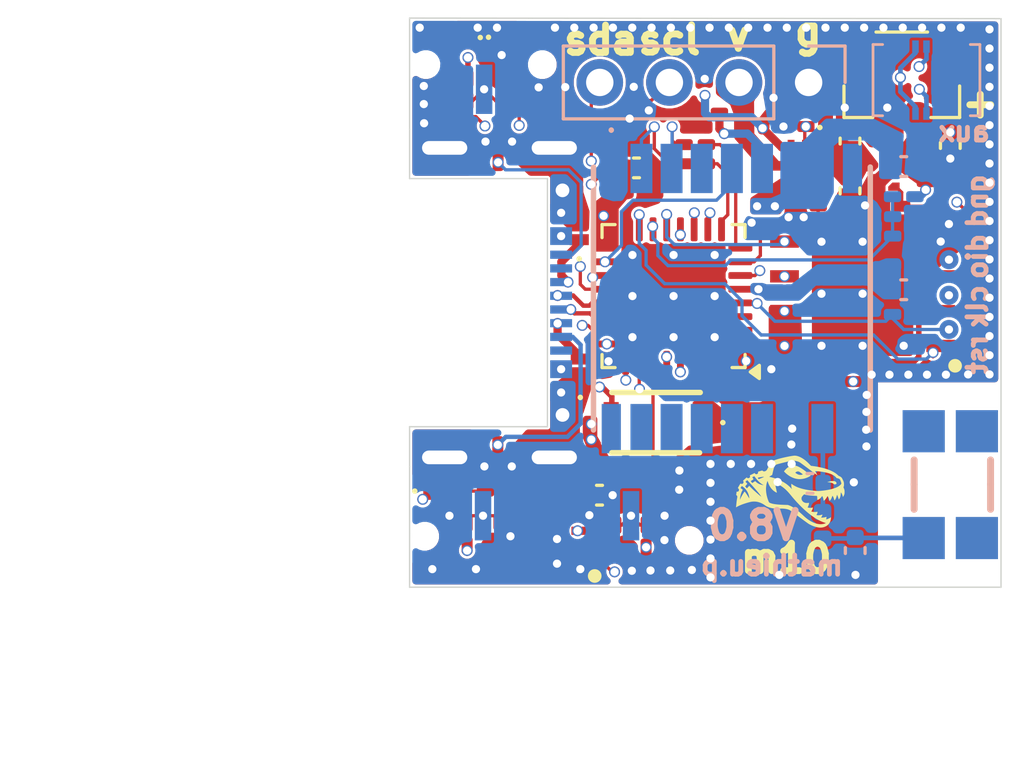
<source format=kicad_pcb>
(kicad_pcb (version 20241229) (generator "pcbnew") (generator_version "9.0")
  (layers (0 "F.Cu" signal) (4 "In1.Cu" signal) (6 "In2.Cu" signal) (8 "In3.Cu" signal) (10 "In4.Cu" signal) (2 "B.Cu" signal) (13 "F.Paste" user) (15 "B.Paste" user) (5 "F.SilkS" user "F.Silkscreen") (7 "B.SilkS" user "B.Silkscreen") (1 "F.Mask" user) (3 "B.Mask" user) (25 "Edge.Cuts" user))
  (net 0 "")
  (net 1 "+3.3V")
  (net 2 "vusb")
  (net 3 "/B2")
  (net 4 "/B1")
  (net 5 "/AUX_EN")
  (net 6 "3.3V_AUX")
  (net 7 "Net-(J1-CC1)")
  (net 8 "/USB_DETECT")
  (net 9 "Net-(J1-CC2)")
  (net 10 "Net-(U1-PB5)")
  (net 11 "/B_PW")
  (net 12 "Net-(U1-PB6)")
  (net 13 "BAT+")
  (net 14 "Net-(IC4-V_BCKP)")
  (net 15 "3.3V_GPS")
  (net 16 "/NRST")
  (net 17 "/D+")
  (net 20 "/D-")
  (net 26 "Net-(IC4-RXD)")
  (net 27 "Net-(IC4-TXD)")
  (net 28 "/Peripherial/GPS_TP")
  (net 29 "Net-(IC5-PROG)")
  (net 31 "/OLED_SCL")
  (net 32 "/OLED_SDA")
  (net 34 "Net-(LEDBLUE1-A)")
  (net 35 "Net-(LEDGREEN1-A)")
  (net 36 "/GPS_TX")
  (net 37 "/GPS_RX")
  (net 38 "/SPI_CS")
  (net 39 "/SWCLK")
  (net 40 "/SWDIO")
  (net 41 "/SPI_MISO")
  (net 42 "/SPI_CLK")
  (net 43 "/SPI_MOSI")
  (net 44 "/GPS_EN")
  (net 46 "Net-(U2-EN)")
  (net 47 "GND")
  (net 49 "Net-(U1-PH3)")
  (net 50 "Net-(IC5-~{CHRG})")
  (net 51 "Net-(LEDRED1-A)")
  (net 53 "/GPS_EXTINT")
  (net 54 "/ADC_BAT")
  (net 58 "Net-(IC4-RF_IN)")
  (net 59 "Net-(C3-Pad1)")
  (footprint "samacsys2:PESD5V0S1ULQYL" (layer "F.Cu") (at 117.86 95.02 90)
    (property "Reference" "D1" (hide yes))
    (property "Value" "PESD5V0S1UL-QYL" (hide yes))
  )
  (footprint "Capacitor_SMD:C_0201_0603Metric_Pad0.64x0.40mm_HandSolder" (layer "F.Cu") (at 121.1075 103.8)
    (property "Reference" "C14" (hide yes))
    (property "Value" "100n" (hide yes))
  )
  (footprint "samacsys2:SON127P600X500X80-9N-D" (layer "F.Cu") (at 128.2 97.345 180)
    (property "Reference" "IC6" (hide yes))
    (property "Value" "W25Q128JVPIQ" (hide yes))
  )
  (footprint "LED_SMD:LED_0402_1005Metric" (layer "F.Cu") (at 115.64 87.98)
    (property "Reference" "LEDGREEN1" (hide yes))
    (property "Value" "150040GS73240" (hide yes))
  )
  (footprint "Resistor_SMD:R_0201_0603Metric_Pad0.64x0.40mm_HandSolder" (layer "F.Cu") (at 114.9 92.14 90)
    (property "Reference" "R23" (hide yes))
    (property "Value" "5.1k" (hide yes))
  )
  (footprint "Resistor_SMD:R_0201_0603Metric_Pad0.64x0.40mm_HandSolder" (layer "F.Cu") (at 113.8 89.9 90)
    (property "Reference" "R9" (hide yes))
    (property "Value" "10k" (hide yes))
  )
  (footprint "Resistor_SMD:R_0201_0603Metric_Pad0.64x0.40mm_HandSolder" (layer "F.Cu") (at 123.77 101.75)
    (property "Reference" "R6" (hide yes))
    (property "Value" "10k" (hide yes))
  )
  (footprint "Capacitor_SMD:C_0402_1005Metric" (layer "F.Cu") (at 118.6 104.7)
    (property "Reference" "C29" (hide yes))
    (property "Value" "1u" (hide yes))
  )
  (footprint "Resistor_SMD:R_0201_0603Metric_Pad0.64x0.40mm_HandSolder" (layer "F.Cu") (at 122.0925 92.6)
    (property "Reference" "R11" (hide yes))
    (property "Value" "510R" (hide yes))
  )
  (footprint "Capacitor_SMD:C_0201_0603Metric_Pad0.64x0.40mm_HandSolder" (layer "F.Cu") (at 122.5675 90.75 180)
    (property "Reference" "C25" (hide yes))
    (property "Value" "100n" (hide yes))
  )
  (footprint "Resistor_SMD:R_0201_0603Metric_Pad0.64x0.40mm_HandSolder" (layer "F.Cu") (at 114.85 104.55)
    (property "Reference" "R4" (hide yes))
    (property "Value" "510R" (hide yes))
  )
  (footprint "Resistor_SMD:R_0201_0603Metric_Pad0.64x0.40mm_HandSolder" (layer "F.Cu") (at 119.3 103.8 180)
    (property "Reference" "R3" (hide yes))
    (property "Value" "470k" (hide yes))
  )
  (footprint "Resistor_SMD:R_0201_0603Metric_Pad0.64x0.40mm_HandSolder" (layer "F.Cu") (at 113.77 106.13 -90)
    (property "Reference" "R7" (hide yes))
    (property "Value" "10k" (hide yes))
  )
  (footprint "samacsys2:SON50P200X200X80-7N-D" (layer "F.Cu") (at 117.05 106.5 180)
    (property "Reference" "IC5" (hide yes))
    (property "Value" "LTC4065EDC#TRMPBF" (hide yes))
  )
  (footprint "samacsys:KXT341LHS" (layer "F.Cu") (at 120.65 102.05 180)
    (property "Reference" "SW4" (hide yes))
    (property "Value" "boot" (hide yes))
  )
  (footprint "Resistor_SMD:R_0201_0603Metric_Pad0.64x0.40mm_HandSolder" (layer "F.Cu") (at 122.0925 91.9)
    (property "Reference" "R12" (hide yes))
    (property "Value" "510R" (hide yes))
  )
  (footprint "Capacitor_SMD:C_0402_1005Metric" (layer "F.Cu") (at 131.4 91.93 -90)
    (property "Reference" "C4" (hide yes))
    (property "Value" "1u" (hide yes))
  )
  (footprint "Resistor_SMD:R_0201_0603Metric_Pad0.64x0.40mm_HandSolder" (layer "F.Cu") (at 127.45 100.55 180)
    (property "Reference" "R13" (hide yes))
    (property "Value" "10k" (hide yes))
  )
  (footprint "Capacitor_SMD:C_0201_0603Metric_Pad0.64x0.40mm_HandSolder" (layer "F.Cu") (at 119.9 93.6 180)
    (property "Reference" "C10" (hide yes))
    (property "Value" "100n" (hide yes))
  )
  (footprint "Capacitor_SMD:C_0201_0603Metric_Pad0.64x0.40mm_HandSolder" (layer "F.Cu") (at 119.2 106.2 -90)
    (property "Reference" "C6" (hide yes))
    (property "Value" "100n" (hide yes))
  )
  (footprint "Resistor_SMD:R_0201_0603Metric_Pad0.64x0.40mm_HandSolder" (layer "F.Cu") (at 121.1 104.5 180)
    (property "Reference" "R19" (hide yes))
    (property "Value" "470k" (hide yes))
  )
  (footprint "samacsys2:TPS22960RSER" (layer "F.Cu") (at 126.09 92.675 -90)
    (property "Reference" "IC1" (hide yes))
    (property "Value" "TPS22960RSER" (hide yes))
  )
  (footprint "Resistor_SMD:R_0201_0603Metric_Pad0.64x0.40mm_HandSolder" (layer "F.Cu") (at 130.9 93.25 180)
    (property "Reference" "R18" (hide yes))
    (property "Value" "10k" (hide yes))
  )
  (footprint "Capacitor_SMD:C_0201_0603Metric_Pad0.64x0.40mm_HandSolder" (layer "F.Cu") (at 115 89.9 90)
    (property "Reference" "C20" (hide yes))
    (property "Value" "100n" (hide yes))
  )
  (footprint "LED_SMD:LED_0402_1005Metric" (layer "F.Cu") (at 113.16 87.99 180)
    (property "Reference" "LEDBLUE1" (hide yes))
    (property "Value" "150040BS73240" (hide yes))
  )
  (footprint "LED_SMD:LED_0402_1005Metric" (layer "F.Cu") (at 112.95 104.55)
    (property "Reference" "LEDRED1" (hide yes))
    (property "Value" "150040RS73240" (hide yes))
  )
  (footprint "Resistor_SMD:R_0201_0603Metric_Pad0.64x0.40mm_HandSolder" (layer "F.Cu") (at 126.17 94.14)
    (property "Reference" "R20" (hide yes))
    (property "Value" "100k" (hide yes))
  )
  (footprint "Capacitor_SMD:C_0201_0603Metric_Pad0.64x0.40mm_HandSolder" (layer "F.Cu") (at 114.93 106.08 -90)
    (property "Reference" "C7" (hide yes))
    (property "Value" "100n" (hide yes))
  )
  (footprint "Resistor_SMD:R_0201_0603Metric_Pad0.64x0.40mm_HandSolder" (layer "F.Cu") (at 115.75 89.9 90)
    (property "Reference" "R1" (hide yes))
    (property "Value" "510R" (hide yes))
  )
  (footprint "Capacitor_SMD:C_0402_1005Metric" (layer "F.Cu") (at 127.74 91.77 90)
    (property "Reference" "C1" (hide yes))
    (property "Value" "1u" (hide yes))
  )
  (footprint "Package_DFN_QFN:QFN-32-1EP_5x5mm_P0.5mm_EP3.45x3.45mm" (layer "F.Cu") (at 121.3025 97.43 180)
    (property "Reference" "U1" (hide yes))
    (property "Value" "STM32L432KCUx" (hide yes))
  )
  (footprint "Resistor_SMD:R_0201_0603Metric_Pad0.64x0.40mm_HandSolder" (layer "F.Cu") (at 114.89 103.27 -90)
    (property "Reference" "R22" (hide yes))
    (property "Value" "5.1k" (hide yes))
  )
  (footprint "Capacitor_SMD:C_0402_1005Metric" (layer "F.Cu") (at 119.95 92.75 180)
    (property "Reference" "C19" (hide yes))
    (property "Value" "4.7u" (hide yes))
  )
  (footprint "samacsys2:PESD5V0S1ULQYL" (layer "F.Cu") (at 117.9 100.08 90)
    (property "Reference" "D2" (hide yes))
    (property "Value" "PESD5V0S1UL-QYL" (hide yes))
  )
  (footprint "samacsys:ldln025pu" (layer "F.Cu") (at 128.95 93.08)
    (property "Reference" "U2" (hide yes))
    (property "Value" "ldln025pu" (hide yes))
  )
  (footprint "stormtrooper:rex" (layer "F.Cu") (at 125.55 104.55)
    (property "Reference" "G***" (hide yes))
    (property "Value" "LOGO" (hide yes))
  )
  (footprint "Resistor_SMD:R_0201_0603Metric_Pad0.64x0.40mm_HandSolder" (layer "F.Cu") (at 120.3 106.1925 -90)
    (property "Reference" "R8" (hide yes))
    (property "Value" "10k" (hide yes))
  )
  (footprint "Resistor_SMD:R_0201_0603Metric_Pad0.64x0.40mm_HandSolder" (layer "F.Cu") (at 114.5 107.4 180)
    (property "Reference" "R17" (hide yes))
    (property "Value" "20k" (hide yes))
  )
  (footprint "Capacitor_SMD:C_0402_1005Metric" (layer "F.Cu") (at 127.74 93.59 -90)
    (property "Reference" "C5" (hide yes))
    (property "Value" "1u" (hide yes))
  )
  (footprint "Capacitor_SMD:C_0201_0603Metric_Pad0.64x0.40mm_HandSolder" (layer "F.Cu") (at 125.68 100.57 180)
    (property "Reference" "C11" (hide yes))
    (property "Value" "100n" (hide yes))
  )
  (footprint "Resistor_SMD:R_0201_0603Metric_Pad0.64x0.40mm_HandSolder" (layer "F.Cu") (at 113.05 89.9 90)
    (property "Reference" "R2" (hide yes))
    (property "Value" "510R" (hide yes))
  )
  (footprint "Resistor_SMD:R_0201_0603Metric_Pad0.64x0.40mm_HandSolder" (layer "F.Cu") (at 125.72 91.24)
    (property "Reference" "R21" (hide yes))
    (property "Value" "100k" (hide yes))
  )
  (footprint "Connector_JST:JST_SH_BM02B-SRSS-TB_1x02-1MP_P1.00mm_Vertical" (layer "F.Cu") (at 129.63 89.8)
    (property "Reference" "U5" (hide yes))
    (property "Value" "~" (hide yes))
  )
  (footprint "Capacitor_SMD:C_0201_0603Metric_Pad0.64x0.40mm_HandSolder" (layer "F.Cu") (at 123.7775 100.96)
    (property "Reference" "C13" (hide yes))
    (property "Value" "100n" (hide yes))
  )
  (footprint "Capacitor_SMD:C_0201_0603Metric_Pad0.64x0.40mm_HandSolder" (layer "F.Cu") (at 123.76 102.46)
    (property "Reference" "C18" (hide yes))
    (property "Value" "100n" (hide yes))
  )
  (footprint "Resistor_SMD:R_0201_0603Metric_Pad0.64x0.40mm_HandSolder" (layer "F.Cu") (at 129.2175 94.15)
    (property "Reference" "R5" (hide yes))
    (property "Value" "10k" (hide yes))
  )
  (footprint "samacsys2:PTS845VM20PSMTR4LFS" (layer "B.Cu") (at 114.39 89.055)
    (property "Reference" "S3" (hide yes))
    (property "Value" "PTS845VM20PSMTR4_LFS" (hide yes))
  )
  (footprint "Capacitor_SMD:C_0201_0603Metric_Pad0.64x0.40mm_HandSolder" (layer "B.Cu") (at 129.7 96.3 180)
    (property "Reference" "C15" (hide yes))
    (property "Value" "10n" (hide yes))
  )
  (footprint "Capacitor_SMD:C_0201_0603Metric_Pad0.64x0.40mm_HandSolder" (layer "B.Cu") (at 129.7 98.1 180)
    (property "Reference" "C27" (hide yes))
    (property "Value" "100n" (hide yes))
  )
  (footprint "samacsys:PTS845VM20PSMTR4LFS" (layer "B.Cu") (at 114.35 106.275 180)
    (property "Reference" "S1" (hide yes))
    (property "Value" "PTS845VM20PSMTR4_LFS" (hide yes))
  )
  (footprint "samacsys:pad_0.7mm" (layer "B.Cu") (at 131.35 98.65 180)
    (property "Reference" "TP5" (hide yes))
    (property "Value" "NRST" (hide yes))
  )
  (footprint "Resistor_SMD:R_0201_0603Metric_Pad0.64x0.40mm_HandSolder" (layer "B.Cu") (at 129.705 94.53 180)
    (property "Reference" "R16" (hide yes))
    (property "Value" "470k" (hide yes))
  )
  (footprint "Inductor_SMD:L_0402_1005Metric" (layer "B.Cu") (at 126.74 105.8 90)
    (property "Reference" "L1" (hide yes))
    (property "Value" "TBD" (hide yes))
  )
  (footprint "Resistor_SMD:R_0201_0603Metric_Pad0.64x0.40mm_HandSolder" (layer "B.Cu") (at 129.7 93.8 180)
    (property "Reference" "R10" (hide yes))
    (property "Value" "470k" (hide yes))
  )
  (footprint "Capacitor_SMD:C_0402_1005Metric" (layer "B.Cu") (at 129.7 97.2 180)
    (property "Reference" "C16" (hide yes))
    (property "Value" "1u" (hide yes))
  )
  (footprint "Capacitor_SMD:C_0402_1005Metric" (layer "B.Cu") (at 127.93 106.72 -90)
    (property "Reference" "C3" (hide yes))
    (property "Value" "TBD" (hide yes))
  )
  (footprint "samacsys2:146235-0001" (layer "B.Cu") (at 131.4 104.315 90)
    (property "Reference" "U3" (hide yes))
    (property "Value" "146235-0001" (hide yes))
  )
  (footprint "samacsys:PTS845VM20PSMTR4LFS" (layer "B.Cu") (at 119.75 106.275 180)
    (property "Reference" "S2" (hide yes))
    (property "Value" "PTS845VM20PSMTR4_LFS" (hide yes))
  )
  (footprint "samacsys2:USB472003A" (layer "B.Cu") (at 112.95 97.67 90)
    (property "Reference" "J1" (hide yes))
    (property "Value" "USB4720-03-A" (hide yes))
    (fp_line (start 6.33 -1.28) (end 4.53 -1.28) (stroke (width 0.05)) (layer "Edge.Cuts"))
    (fp_line (start 4.53 -1.28) (end 4.53 3.75) (stroke (width 0.05)) (layer "Edge.Cuts"))
    (fp_line (start -4.53 -1.28) (end -5.985545 -1.28) (stroke (width 0.05)) (layer "Edge.Cuts"))
    (fp_line (start 4.53 3.75) (end -4.53 3.75) (stroke (width 0.05)) (layer "Edge.Cuts"))
    (fp_line (start -4.53 3.75) (end -4.53 -1.28) (stroke (width 0.05)) (layer "Edge.Cuts"))
  )
  (footprint "Capacitor_SMD:C_0402_1005Metric" (layer "B.Cu") (at 126.28 104.27 180)
    (property "Reference" "C2" (hide yes))
    (property "Value" "TBD" (hide yes))
  )
  (footprint "Capacitor_SMD:C_0201_0603Metric_Pad0.64x0.40mm_HandSolder" (layer "B.Cu") (at 129.7 91.8)
    (property "Reference" "C26" (hide yes))
    (property "Value" "100n" (hide yes))
  )
  (footprint "samacsys:pad_0.7mm" (layer "B.Cu") (at 131.35 97.4 180)
    (property "Reference" "TP3" (hide yes))
    (property "Value" "SWCLK" (hide yes))
  )
  (footprint "samacsys2:5035480622" (layer "B.Cu") (at 130.53 89.545)
    (property "Reference" "J2" (hide yes))
    (property "Value" "503548-0622" (hide yes))
  )
  (footprint "Connector_PinSocket_2.54mm:PinSocket_1x04_P2.54mm_Vertical" (layer "B.Cu") (at 126.23 89.63 90)
    (property "Reference" "J3" (hide yes))
    (property "Value" "OLED" (hide yes))
  )
  (footprint "samacsys:MAXM10S00B" (layer "B.Cu") (at 123.43 97.52 90)
    (property "Reference" "IC4" (hide yes))
    (property "Value" "MAX-M10S-00B" (hide yes))
  )
  (footprint "samacsys:pad_0.7mm" (layer "B.Cu") (at 131.35 96.1 180)
    (property "Reference" "TP4" (hide yes))
    (property "Value" "SWDIO" (hide yes))
  )
  (footprint "samacsys:pad_0.7mm" (layer "B.Cu") (at 131.35 94.8 180)
    (property "Reference" "TP6" (hide yes))
    (property "Value" "GND" (hide yes))
  )
  (footprint "Capacitor_SMD:C_0201_0603Metric_Pad0.64x0.40mm_HandSolder" (layer "B.Cu") (at 129.705 95.24)
    (property "Reference" "C8" (hide yes))
    (property "Value" "100n" (hide yes))
  )
  (footprint "Capacitor_SMD:C_0402_1005Metric" (layer "B.Cu") (at 129.7 92.7)
    (property "Reference" "C28" (hide yes))
    (property "Value" "4.7u" (hide yes))
  )
  (gr_line (start 111.67 87.28) (end 133.25 87.3) (stroke (width 0.05)) (layer "Edge.Cuts"))
  (gr_line (start 111.67 108.06) (end 111.67 103.655545) (stroke (width 0.05)) (layer "Edge.Cuts"))
  (gr_line (start 133.25 108.06) (end 111.67 108.06) (stroke (width 0.05)) (layer "Edge.Cuts"))
  (gr_line (start 133.25 87.3) (end 133.25 108.06) (stroke (width 0.05)) (layer "Edge.Cuts"))
  (gr_line (start 111.67 91.34) (end 111.67 87.28) (stroke (width 0.05)) (layer "Edge.Cuts"))
  (gr_text "m10" (at 123.63 107.59 0) (layer "F.SilkS") (effects (font (size 1 1) (thickness 0.25) (bold yes)) (justify left bottom)))
  (gr_text "g" (at 125.6 88.37 0) (layer "F.SilkS") (effects (font (size 1 1) (thickness 0.25) (bold yes)) (justify left bottom)))
  (gr_text "+" (at 131.71 90.96 0) (layer "F.SilkS") (effects (font (size 1 1) (thickness 0.25) (bold yes)) (justify left bottom)))
  (gr_text "v" (at 123.12 88.52 0) (layer "F.SilkS") (effects (font (size 1 1) (thickness 0.25) (bold yes)) (justify left bottom)))
  (gr_text "sda" (at 117.18 88.67 0) (layer "F.SilkS") (effects (font (size 1 1) (thickness 0.25) (bold yes)) (justify left bottom)))
  (gr_text "scl" (at 119.89 88.66 0) (layer "F.SilkS") (effects (font (size 1 1) (thickness 0.25) (bold yes)) (justify left bottom)))
  (gr_text "mathieu.p" (at 127.57 107.68 0) (layer "B.SilkS") (effects (font (size 0.7 0.7) (thickness 0.175) (bold yes)) (justify left bottom mirror)))
  (gr_text "gnd\n" (at 132.8 92.9 90) (layer "B.SilkS") (effects (font (size 0.7 0.7) (thickness 0.175) (bold yes)) (justify left bottom mirror)))
  (gr_text "rst" (at 132.8 98.75 90) (layer "B.SilkS") (effects (font (size 0.7 0.7) (thickness 0.175) (bold yes)) (justify left bottom mirror)))
  (gr_text "V8.0" (at 126 106.39 0) (layer "B.SilkS") (effects (font (size 1 1) (thickness 0.25) (bold yes)) (justify left bottom mirror)))
  (gr_text "aux\n" (at 132.94 91.83 0) (layer "B.SilkS") (effects (font (size 0.7 0.7) (thickness 0.175) (bold yes)) (justify left bottom mirror)))
  (gr_text "dio\n" (at 132.8 95.07 90) (layer "B.SilkS") (effects (font (size 0.7 0.7) (thickness 0.175) (bold yes)) (justify left bottom mirror)))
  (gr_text "clk" (at 132.8 96.94 90) (layer "B.SilkS") (effects (font (size 0.7 0.7) (thickness 0.175) (bold yes)) (justify left bottom mirror)))
  (segment (start 119.05 101.1) (end 119.05 102.025) (width 0.2) (layer "F.Cu") (net 1))
  (segment (start 125.25 92) (end 125.59 92) (width 0.3) (layer "F.Cu") (net 1))
  (segment (start 124.55 91.3) (end 125.25 92) (width 0.3) (layer "F.Cu") (net 1))
  (segment (start 124.4 97.18) (end 123.74 97.18) (width 0.2) (layer "F.Cu") (net 1))
  (segment (start 118.7 100.75) (end 119.05 101.1) (width 0.2) (layer "F.Cu") (net 1))
  (segment (start 119.05 102.025) (end 119.025 102.05) (width 0.2) (layer "F.Cu") (net 1))
  (segment (start 118.6 100.75) (end 118.7 100.75) (width 0.2) (layer "F.Cu") (net 1))
  (segment (start 113.8 89.4925) (end 113.8 88.72) (width 0.2) (layer "F.Cu") (net 1))
  (via (at 124.4 97.18) (size 0.4) (drill 0.3) (layers "F.Cu" "B.Cu") (net 1))
  (via (at 113.77 106.72) (size 0.4) (drill 0.3) (layers "F.Cu" "B.Cu") (net 1))
  (via (at 124.55 91.3) (size 0.4) (drill 0.3) (layers "F.Cu" "B.Cu") (net 1))
  (via (at 118.6 100.75) (size 0.4) (drill 0.3) (layers "F.Cu" "B.Cu") (net 1))
  (via (at 122.45 90.1) (size 0.4) (drill 0.3) (layers "F.Cu" "B.Cu") (net 1))
  (via (at 118.75 94.5) (size 0.4) (drill 0.3) (layers "F.Cu" "B.Cu") (net 1))
  (via (at 123.95 99.8) (size 0.4) (drill 0.3) (layers "F.Cu" "B.Cu") (net 1))
  (via (at 120.3 106.6) (size 0.4) (drill 0.3) (layers "F.Cu" "B.Cu") (net 1))
  (via (at 113.8 88.72) (size 0.4) (drill 0.3) (layers "F.Cu" "B.Cu") (net 1))
  (segment (start 122.45 90.75) (end 122.6 90.9) (width 0.3) (layer "B.Cu") (net 1))
  (segment (start 124.15 90.9) (end 124.55 91.3) (width 0.3) (layer "B.Cu") (net 1))
  (segment (start 122.45 90.1) (end 122.45 90.75) (width 0.3) (layer "B.Cu") (net 1))
  (segment (start 122.6 90.9) (end 124.15 90.9) (width 0.3) (layer "B.Cu") (net 1))
  (via (at 118.3 102.1) (size 0.4) (drill 0.3) (layers "F.Cu" "B.Cu") (net 2))
  (via (at 118.3 102.67) (size 0.4) (drill 0.3) (layers "F.Cu" "B.Cu") (net 2))
  (via (at 117.2 100.1) (size 0.4) (drill 0.3) (layers "F.Cu" "B.Cu") (net 2))
  (via (at 117.2 95.24) (size 0.4) (drill 0.3) (layers "F.Cu" "B.Cu") (net 2))
  (segment (start 119.75 105.46) (end 120.075 105.785) (width 0.12) (layer "F.Cu") (net 3))
  (segment (start 119.4075 105.7925) (end 119.2 105.7925) (width 0.12) (layer "F.Cu") (net 3))
  (segment (start 119.75 105.45) (end 119.75 105.46) (width 0.12) (layer "F.Cu") (net 3))
  (segment (start 120.06 100.83) (end 120.05 100.84) (width 0.12) (layer "F.Cu") (net 3))
  (segment (start 120.075 105.785) (end 120.3 105.785) (width 0.12) (layer "F.Cu") (net 3))
  (segment (start 119.75 105.45) (end 119.4075 105.7925) (width 0.12) (layer "F.Cu") (net 3))
  (segment (start 120.05 100.84) (end 120.05 99.87) (width 0.12) (layer "F.Cu") (net 3))
  (segment (start 120.05 99.87) (end 120.0525 99.8675) (width 0.12) (layer "F.Cu") (net 3))
  (via (at 119.75 105.45) (size 0.4) (drill 0.3) (layers "F.Cu" "B.Cu") (net 3))
  (via (at 120.06 100.83) (size 0.4) (drill 0.3) (layers "F.Cu" "B.Cu") (net 3))
  (segment (start 119.56 100.415) (end 119.5525 100.4075) (width 0.12) (layer "F.Cu") (net 4))
  (segment (start 113.835 105.45) (end 114.35 105.45) (width 0.12) (layer "F.Cu") (net 4))
  (segment (start 113.73 105.555) (end 113.835 105.45) (width 0.12) (layer "F.Cu") (net 4))
  (segment (start 119.5525 100.4075) (end 119.5525 99.8675) (width 0.12) (layer "F.Cu") (net 4))
  (segment (start 114.93 105.6725) (end 114.93 105.49) (width 0.12) (layer "F.Cu") (net 4))
  (segment (start 113.73 105.6825) (end 113.73 105.555) (width 0.12) (layer "F.Cu") (net 4))
  (segment (start 114.89 105.45) (end 114.35 105.45) (width 0.12) (layer "F.Cu") (net 4))
  (segment (start 113.77 105.7225) (end 113.73 105.6825) (width 0.12) (layer "F.Cu") (net 4))
  (segment (start 119.56 100.5) (end 119.56 100.415) (width 0.12) (layer "F.Cu") (net 4))
  (segment (start 114.93 105.49) (end 114.89 105.45) (width 0.12) (layer "F.Cu") (net 4))
  (via (at 119.56 100.5) (size 0.4) (drill 0.3) (layers "F.Cu" "B.Cu") (net 4))
  (via (at 114.35 105.45) (size 0.4) (drill 0.3) (layers "F.Cu" "B.Cu") (net 4))
  (segment (start 126.09 92) (end 126.09 91.2775) (width 0.12) (layer "F.Cu") (net 5))
  (segment (start 122.5525 94.4675) (end 122.63 94.39) (width 0.12) (layer "F.Cu") (net 5))
  (segment (start 122.5525 94.9925) (end 122.5525 94.4675) (width 0.12) (layer "F.Cu") (net 5))
  (segment (start 126.09 91.2775) (end 126.1275 91.24) (width 0.12) (layer "F.Cu") (net 5))
  (via (at 122.63 94.39) (size 0.4) (drill 0.3) (layers "F.Cu" "B.Cu") (net 5))
  (via (at 126.1275 91.24) (size 0.4) (drill 0.3) (layers "F.Cu" "B.Cu") (net 5))
  (segment (start 130.25 97) (end 130.25 99.65) (width 0.2) (layer "F.Cu") (net 6))
  (segment (start 127.43 99.82) (end 127.0425 100.2075) (width 0.2) (layer "F.Cu") (net 6))
  (segment (start 130.08 99.82) (end 127.43 99.82) (width 0.2) (layer "F.Cu") (net 6))
  (segment (start 130.25 99.65) (end 130.08 99.82) (width 0.2) (layer "F.Cu") (net 6))
  (segment (start 131.05 96.71) (end 130.54 96.71) (width 0.2) (layer "F.Cu") (net 6))
  (segment (start 127.0425 100.2075) (end 127.0425 100.55) (width 0.2) (layer "F.Cu") (net 6))
  (segment (start 130.54 96.71) (end 130.25 97) (width 0.2) (layer "F.Cu") (net 6))
  (via (at 125.35 97.98) (size 0.4) (drill 0.3) (layers "F.Cu" "B.Cu") (net 6))
  (via (at 125.35 99.25) (size 0.4) (drill 0.3) (layers "F.Cu" "B.Cu") (net 6))
  (via (at 129.58 89.45) (size 0.4) (drill 0.3) (layers "F.Cu" "B.Cu") (net 6))
  (segment (start 130.13 90.52) (end 130.13 90.77) (width 0.1693) (layer "B.Cu") (net 6))
  (segment (start 129.58 89.1) (end 129.58 89.45) (width 0.1693) (layer "B.Cu") (net 6))
  (segment (start 130.13 88.55) (end 129.58 89.1) (width 0.1693) (layer "B.Cu") (net 6))
  (segment (start 129.58 89.97) (end 130.13 90.52) (width 0.1693) (layer "B.Cu") (net 6))
  (segment (start 129.58 89.45) (end 129.58 89.97) (width 0.1693) (layer "B.Cu") (net 6))
  (segment (start 130.13 88.32) (end 130.13 88.55) (width 0.1693) (layer "B.Cu") (net 6))
  (via (at 114.89 102.8625) (size 0.4) (drill 0.3) (layers "F.Cu" "B.Cu") (net 7))
  (segment (start 117.2 98.92) (end 117.21 98.93) (width 0.16) (layer "B.Cu") (net 7))
  (segment (start 117.62 98.92) (end 117.91 99.21) (width 0.16) (layer "B.Cu") (net 7))
  (segment (start 117.91 102.09) (end 117.43 102.57) (width 0.16) (layer "B.Cu") (net 7))
  (segment (start 117.91 99.21) (end 117.91 102.09) (width 0.16) (layer "B.Cu") (net 7))
  (segment (start 117.21 98.93) (end 117.53 98.93) (width 0.16) (layer "B.Cu") (net 7))
  (segment (start 117.2 98.92) (end 117.62 98.92) (width 0.16) (layer "B.Cu") (net 7))
  (segment (start 117.43 102.57) (end 115.1825 102.57) (width 0.16) (layer "B.Cu") (net 7))
  (segment (start 115.1825 102.57) (end 114.89 102.8625) (width 0.16) (layer "B.Cu") (net 7))
  (segment (start 120.5525 103.6525) (end 120.7 103.8) (width 0.12) (layer "F.Cu") (net 8))
  (segment (start 120.7 104.4925) (end 120.6925 104.5) (width 0.12) (layer "F.Cu") (net 8))
  (segment (start 120.5525 99.8675) (end 120.5525 103.6525) (width 0.12) (layer "F.Cu") (net 8))
  (segment (start 120.7 103.8) (end 119.7075 103.8) (width 0.12) (layer "F.Cu") (net 8))
  (segment (start 120.7 103.8) (end 120.7 104.4925) (width 0.12) (layer "F.Cu") (net 8))
  (via (at 114.9 92.5475) (size 0.4) (drill 0.3) (layers "F.Cu" "B.Cu") (net 9))
  (segment (start 117.6 95.92) (end 117.93 95.59) (width 0.12) (layer "B.Cu") (net 9))
  (segment (start 117.93 93.28) (end 117.47 92.82) (width 0.12) (layer "B.Cu") (net 9))
  (segment (start 117.47 92.82) (end 115.1725 92.82) (width 0.12) (layer "B.Cu") (net 9))
  (segment (start 115.1725 92.82) (end 114.9 92.5475) (width 0.12) (layer "B.Cu") (net 9))
  (segment (start 117.2 95.92) (end 117.6 95.92) (width 0.12) (layer "B.Cu") (net 9))
  (segment (start 117.93 95.59) (end 117.93 93.28) (width 0.12) (layer "B.Cu") (net 9))
  (segment (start 115.67 91.2) (end 115.67 90.3875) (width 0.12) (layer "F.Cu") (net 10))
  (segment (start 115.67 90.3875) (end 115.75 90.3075) (width 0.12) (layer "F.Cu") (net 10))
  (via (at 121.05 99.65) (size 0.4) (drill 0.3) (layers "F.Cu" "B.Cu") (net 10))
  (via (at 115.67 91.2) (size 0.4) (drill 0.3) (layers "F.Cu" "B.Cu") (net 10))
  (segment (start 113.8 90.3075) (end 113.9625 90.3075) (width 0.12) (layer "F.Cu") (net 11))
  (segment (start 114.8175 90.3075) (end 114.39 89.88) (width 0.12) (layer "F.Cu") (net 11))
  (segment (start 124.27 96.68) (end 123.74 96.68) (width 0.12) (layer "F.Cu") (net 11))
  (segment (start 124.45 96.5) (end 124.27 96.68) (width 0.12) (layer "F.Cu") (net 11))
  (segment (start 113.9625 90.3075) (end 114.39 89.88) (width 0.12) (layer "F.Cu") (net 11))
  (segment (start 115 90.3075) (end 114.8175 90.3075) (width 0.12) (layer "F.Cu") (net 11))
  (via (at 124.45 96.5) (size 0.4) (drill 0.3) (layers "F.Cu" "B.Cu") (net 11))
  (via (at 114.39 89.88) (size 0.4) (drill 0.3) (layers "F.Cu" "B.Cu") (net 11))
  (segment (start 124.55 96.5) (end 124.45 96.5) (width 0.12) (layer "B.Cu") (net 11))
  (segment (start 113.48 90.88) (end 113 90.4) (width 0.12) (layer "F.Cu") (net 12))
  (segment (start 113 90.4) (end 113 90.3575) (width 0.12) (layer "F.Cu") (net 12))
  (segment (start 114.42 91.21) (end 114.09 90.88) (width 0.12) (layer "F.Cu") (net 12))
  (segment (start 114.42 91.22) (end 114.42 91.21) (width 0.12) (layer "F.Cu") (net 12))
  (segment (start 114.09 90.88) (end 113.48 90.88) (width 0.12) (layer "F.Cu") (net 12))
  (segment (start 113 90.3575) (end 113.05 90.3075) (width 0.12) (layer "F.Cu") (net 12))
  (via (at 121.55 100.2) (size 0.4) (drill 0.3) (layers "F.Cu" "B.Cu") (net 12))
  (via (at 114.42 91.22) (size 0.4) (drill 0.3) (layers "F.Cu" "B.Cu") (net 12))
  (segment (start 130.5 93.2575) (end 130.4925 93.25) (width 0.2) (layer "F.Cu") (net 13))
  (segment (start 130.5 93.55) (end 130.5 93.2575) (width 0.2) (layer "F.Cu") (net 13))
  (segment (start 131.4 91.45) (end 131.065 91.115) (width 0.4) (layer "F.Cu") (net 13))
  (segment (start 130.14 91.115) (end 130.13 91.125) (width 0.4) (layer "F.Cu") (net 13))
  (segment (start 131.065 91.115) (end 130.14 91.115) (width 0.4) (layer "F.Cu") (net 13))
  (via (at 117.8 106) (size 0.4) (drill 0.3) (layers "F.Cu" "B.Cu") (net 13))
  (via (at 131.4 91.45) (size 0.4) (drill 0.3) (layers "F.Cu" "B.Cu") (net 13))
  (via (at 130.5 93.55) (size 0.4) (drill 0.3) (layers "F.Cu" "B.Cu") (net 13))
  (segment (start 130.5 93.65) (end 130.35 93.8) (width 0.2) (layer "B.Cu") (net 13))
  (segment (start 130.35 93.8) (end 130.1075 93.8) (width 0.2) (layer "B.Cu") (net 13))
  (segment (start 130.5 93.55) (end 130.5 93.65) (width 0.2) (layer "B.Cu") (net 13))
  (segment (start 123.15 91.5) (end 122.975 91.325) (width 0.3) (layer "F.Cu") (net 14))
  (segment (start 122.975 91.325) (end 122.975 90.75) (width 0.3) (layer "F.Cu") (net 14))
  (via (at 123.15 91.5) (size 0.4) (drill 0.3) (layers "F.Cu" "B.Cu") (net 14))
  (segment (start 123.15 91.5) (end 124 91.5) (width 0.3) (layer "B.Cu") (net 14))
  (segment (start 124.53 92.03) (end 124.53 92.77) (width 0.3) (layer "B.Cu") (net 14))
  (segment (start 124 91.5) (end 124.53 92.03) (width 0.3) (layer "B.Cu") (net 14))
  (segment (start 124.53 92.08) (end 124.53 92.77) (width 0.16) (layer "B.Cu") (net 14))
  (via (at 124.35 94.15) (size 0.4) (drill 0.3) (layers "F.Cu" "B.Cu") (net 15))
  (via (at 125 94.15) (size 0.4) (drill 0.3) (layers "F.Cu" "B.Cu") (net 15))
  (segment (start 124.35 97.7) (end 124.25 97.7) (width 0.12) (layer "F.Cu") (net 16))
  (segment (start 124.23 97.68) (end 123.74 97.68) (width 0.12) (layer "F.Cu") (net 16))
  (segment (start 124.25 97.7) (end 124.23 97.68) (width 0.12) (layer "F.Cu") (net 16))
  (via (at 131.35 98.65) (size 0.4) (drill 0.3) (layers "F.Cu" "B.Cu") (net 16))
  (via (at 124.35 97.7) (size 0.4) (drill 0.3) (layers "F.Cu" "B.Cu") (net 16))
  (segment (start 125 98.35) (end 129.0425 98.35) (width 0.12) (layer "B.Cu") (net 16))
  (segment (start 129.0425 98.35) (end 129.2925 98.1) (width 0.12) (layer "B.Cu") (net 16))
  (segment (start 129.2925 98.1) (end 129.2925 98.2425) (width 0.12) (layer "B.Cu") (net 16))
  (segment (start 129.2925 98.2425) (end 129.7 98.65) (width 0.12) (layer "B.Cu") (net 16))
  (segment (start 129.7 98.65) (end 131.35 98.65) (width 0.12) (layer "B.Cu") (net 16))
  (segment (start 124.35 97.7) (end 125 98.35) (width 0.12) (layer "B.Cu") (net 16))
  (segment (start 117.86 95.37) (end 117.89 95.4) (width 0.3) (layer "F.Cu") (net 17))
  (segment (start 117.89 95.4) (end 117.89 95.5) (width 0.3) (layer "F.Cu") (net 17))
  (segment (start 117.21 96.68) (end 117.45 96.92) (width 0.3) (layer "F.Cu") (net 17))
  (segment (start 117.89 95.5) (end 117.21 96.18) (width 0.3) (layer "F.Cu") (net 17))
  (segment (start 117.69 98.06) (end 118.26 98.06) (width 0.16) (layer "F.Cu") (net 17))
  (segment (start 118.37 98.17) (end 118.855 98.17) (width 0.16) (layer "F.Cu") (net 17))
  (segment (start 117.21 96.18) (end 117.21 96.68) (width 0.3) (layer "F.Cu") (net 17))
  (segment (start 118.26 98.06) (end 118.37 98.17) (width 0.16) (layer "F.Cu") (net 17))
  (segment (start 118.855 98.17) (end 118.865 98.18) (width 0.16) (layer "F.Cu") (net 17))
  (segment (start 117.55 97.92) (end 117.69 98.06) (width 0.16) (layer "F.Cu") (net 17))
  (via (at 117.45 96.92) (size 0.4) (drill 0.3) (layers "F.Cu" "B.Cu") (net 17))
  (via (at 117.55 97.92) (size 0.4) (drill 0.3) (layers "F.Cu" "B.Cu") (net 17))
  (segment (start 117.9 99.65) (end 117.07 98.82) (width 0.3) (layer "F.Cu") (net 20))
  (segment (start 117.9 99.73) (end 117.9 99.65) (width 0.3) (layer "F.Cu") (net 20))
  (segment (start 118.23 97.78) (end 118.01 97.78) (width 0.16) (layer "F.Cu") (net 20))
  (segment (start 118.01 97.78) (end 117.64 97.41) (width 0.16) (layer "F.Cu") (net 20))
  (segment (start 117.07 98.82) (end 117.07 98.43) (width 0.3) (layer "F.Cu") (net 20))
  (segment (start 118.865 97.68) (end 118.33 97.68) (width 0.16) (layer "F.Cu") (net 20))
  (segment (start 117.64 97.41) (end 117.07 97.41) (width 0.16) (layer "F.Cu") (net 20))
  (segment (start 118.33 97.68) (end 118.23 97.78) (width 0.16) (layer "F.Cu") (net 20))
  (via (at 117.07 97.41) (size 0.4) (drill 0.3) (layers "F.Cu" "B.Cu") (net 20))
  (via (at 117.07 98.43) (size 0.4) (drill 0.3) (layers "F.Cu" "B.Cu") (net 20))
  (segment (start 121.25 91.75) (end 121.4 91.9) (width 0.12) (layer "F.Cu") (net 26))
  (segment (start 121.4 91.9) (end 121.685 91.9) (width 0.12) (layer "F.Cu") (net 26))
  (segment (start 121.25 91.25) (end 121.25 91.75) (width 0.12) (layer "F.Cu") (net 26))
  (via (at 121.25 91.25) (size 0.4) (drill 0.3) (layers "F.Cu" "B.Cu") (net 26))
  (segment (start 121.25 92.75) (end 121.25 91.25) (width 0.12) (layer "B.Cu") (net 26))
  (segment (start 121.23 92.77) (end 121.25 92.75) (width 0.12) (layer "B.Cu") (net 26))
  (segment (start 120.6 92.05) (end 121.15 92.6) (width 0.12) (layer "F.Cu") (net 27))
  (segment (start 121.15 92.6) (end 121.685 92.6) (width 0.12) (layer "F.Cu") (net 27))
  (segment (start 120.6 91.25) (end 120.6 92.05) (width 0.12) (layer "F.Cu") (net 27))
  (via (at 120.6 91.25) (size 0.4) (drill 0.3) (layers "F.Cu" "B.Cu") (net 27))
  (segment (start 120.13 92.77) (end 120.13 91.72) (width 0.12) (layer "B.Cu") (net 27))
  (segment (start 120.13 91.72) (end 120.6 91.25) (width 0.12) (layer "B.Cu") (net 27))
  (segment (start 116.1 107) (end 115.71 107.39) (width 0.12) (layer "F.Cu") (net 29))
  (segment (start 114.9175 107.39) (end 114.9075 107.4) (width 0.12) (layer "F.Cu") (net 29))
  (segment (start 115.71 107.39) (end 114.9175 107.39) (width 0.12) (layer "F.Cu") (net 29))
  (segment (start 118.8 92.85) (end 118.8 91.15) (width 0.12) (layer "F.Cu") (net 31))
  (segment (start 118.8 91.15) (end 119.66 90.29) (width 0.12) (layer "F.Cu") (net 31))
  (segment (start 118.865 96.68) (end 118.42 96.68) (width 0.12) (layer "F.Cu") (net 31))
  (segment (start 118.42 96.68) (end 118.35 96.75) (width 0.12) (layer "F.Cu") (net 31))
  (segment (start 118.3 93.35) (end 118.8 92.85) (width 0.12) (layer "F.Cu") (net 31))
  (segment (start 119.66 90.29) (end 120.49 90.29) (width 0.12) (layer "F.Cu") (net 31))
  (segment (start 120.49 90.29) (end 121.15 89.63) (width 0.12) (layer "F.Cu") (net 31))
  (via (at 118.3 93.35) (size 0.4) (drill 0.3) (layers "F.Cu" "B.Cu") (net 31))
  (via (at 130.27 89.88) (size 0.4) (drill 0.3) (layers "F.Cu" "B.Cu") (net 31))
  (via (at 118.35 96.75) (size 0.4) (drill 0.3) (layers "F.Cu" "B.Cu") (net 31))
  (segment (start 130.27 89.88) (end 130.53 90.14) (width 0.1693) (layer "B.Cu") (net 31))
  (segment (start 130.53 90.14) (end 130.53 90.77) (width 0.1693) (layer "B.Cu") (net 31))
  (segment (start 118.3 89.94) (end 118.61 89.63) (width 0.12) (layer "F.Cu") (net 32))
  (segment (start 118.3 92.5) (end 118.3 89.94) (width 0.12) (layer "F.Cu") (net 32))
  (segment (start 117.9 97) (end 118.08 97.18) (width 0.12) (layer "F.Cu") (net 32))
  (segment (start 118.08 97.18) (end 118.865 97.18) (width 0.12) (layer "F.Cu") (net 32))
  (segment (start 117.9 96.35) (end 117.9 97) (width 0.12) (layer "F.Cu") (net 32))
  (via (at 117.9 96.35) (size 0.4) (drill 0.3) (layers "F.Cu" "B.Cu") (net 32))
  (via (at 130.26 89.05) (size 0.4) (drill 0.3) (layers "F.Cu" "B.Cu") (net 32))
  (via (at 118.3 92.5) (size 0.4) (drill 0.3) (layers "F.Cu" "B.Cu") (net 32))
  (segment (start 130.53 88.78) (end 130.26 89.05) (width 0.1693) (layer "B.Cu") (net 32))
  (segment (start 130.53 88.32) (end 130.53 88.78) (width 0.1693) (layer "B.Cu") (net 32))
  (segment (start 113.16 89.3325) (end 113.05 89.4425) (width 0.12) (layer "F.Cu") (net 34))
  (segment (start 112.72 87.99) (end 113.16 88.43) (width 0.12) (layer "F.Cu") (net 34))
  (segment (start 112.675 87.99) (end 112.72 87.99) (width 0.12) (layer "F.Cu") (net 34))
  (segment (start 113.16 88.43) (end 113.16 89.3325) (width 0.12) (layer "F.Cu") (net 34))
  (segment (start 113.05 89.4425) (end 113.05 89.4925) (width 0.12) (layer "F.Cu") (net 34))
  (segment (start 116.105 88) (end 116.01 88) (width 0.12) (layer "F.Cu") (net 35))
  (segment (start 115.54 88.47) (end 115.54 89.2325) (width 0.12) (layer "F.Cu") (net 35))
  (segment (start 115.54 89.2325) (end 115.75 89.4425) (width 0.12) (layer "F.Cu") (net 35))
  (segment (start 116.01 88) (end 115.54 88.47) (width 0.12) (layer "F.Cu") (net 35))
  (segment (start 115.75 89.4425) (end 115.75 89.4925) (width 0.12) (layer "F.Cu") (net 35))
  (segment (start 116.125 87.98) (end 116.105 88) (width 0.12) (layer "F.Cu") (net 35))
  (segment (start 123.0525 94.6875) (end 123.0525 94.9925) (width 0.12) (layer "F.Cu") (net 36))
  (segment (start 122.9 92.6) (end 123.28 92.98) (width 0.12) (layer "F.Cu") (net 36))
  (segment (start 123.28 94.46) (end 123.0525 94.6875) (width 0.12) (layer "F.Cu") (net 36))
  (segment (start 123.28 92.98) (end 123.28 94.46) (width 0.12) (layer "F.Cu") (net 36))
  (segment (start 122.5 92.6) (end 122.9 92.6) (width 0.12) (layer "F.Cu") (net 36))
  (segment (start 123.74 95.68) (end 123.68 95.68) (width 0.12) (layer "F.Cu") (net 37))
  (segment (start 123.57 92.47) (end 123 91.9) (width 0.12) (layer "F.Cu") (net 37))
  (segment (start 123 91.9) (end 122.5 91.9) (width 0.12) (layer "F.Cu") (net 37))
  (segment (start 123.68 95.68) (end 123.57 95.57) (width 0.12) (layer "F.Cu") (net 37))
  (segment (start 123.57 95.57) (end 123.57 92.47) (width 0.12) (layer "F.Cu") (net 37))
  (segment (start 130.77 99.49) (end 130.81 99.49) (width 0.12) (layer "F.Cu") (net 38))
  (segment (start 120.05 94.99) (end 120.0525 94.9925) (width 0.12) (layer "F.Cu") (net 38))
  (segment (start 130.77 99.49) (end 130.77 99.65) (width 0.12) (layer "F.Cu") (net 38))
  (segment (start 120.05 94.46) (end 120.05 94.99) (width 0.12) (layer "F.Cu") (net 38))
  (segment (start 130.81 99.49) (end 131.05 99.25) (width 0.12) (layer "F.Cu") (net 38))
  (via (at 120.05 94.46) (size 0.4) (drill 0.3) (layers "F.Cu" "B.Cu") (net 38))
  (via (at 130.77 99.49) (size 0.4) (drill 0.3) (layers "F.Cu" "B.Cu") (net 38))
  (via (at 127.8575 100.55) (size 0.4) (drill 0.3) (layers "F.Cu" "B.Cu") (net 38))
  (segment (start 123.17 96.98) (end 120.98 96.98) (width 0.12) (layer "B.Cu") (net 38))
  (segment (start 120.05 95.51) (end 120.05 94.46) (width 0.12) (layer "B.Cu") (net 38))
  (segment (start 129.48 99.73) (end 128.6 98.85) (width 0.12) (layer "B.Cu") (net 38))
  (segment (start 130.53 99.73) (end 129.48 99.73) (width 0.12) (layer "B.Cu") (net 38))
  (segment (start 123.8 98.15) (end 123.8 97.61) (width 0.12) (layer "B.Cu") (net 38))
  (segment (start 120.98 96.98) (end 120.3 96.3) (width 0.12) (layer "B.Cu") (net 38))
  (segment (start 128.6 98.85) (end 124.5 98.85) (width 0.12) (layer "B.Cu") (net 38))
  (segment (start 123.8 97.61) (end 123.17 96.98) (width 0.12) (layer "B.Cu") (net 38))
  (segment (start 120.3 95.76) (end 120.05 95.51) (width 0.12) (layer "B.Cu") (net 38))
  (segment (start 120.3 96.3) (end 120.3 95.76) (width 0.12) (layer "B.Cu") (net 38))
  (segment (start 130.77 99.49) (end 130.53 99.73) (width 0.12) (layer "B.Cu") (net 38))
  (segment (start 124.5 98.85) (end 123.8 98.15) (width 0.12) (layer "B.Cu") (net 38))
  (via (at 131.35 97.4) (size 0.4) (drill 0.3) (layers "F.Cu" "B.Cu") (net 39))
  (via (at 118.865 99.18) (size 0.4) (drill 0.3) (layers "F.Cu" "B.Cu") (net 39))
  (segment (start 118.36 98.68) (end 118.865 98.68) (width 0.12) (layer "F.Cu") (net 40))
  (segment (start 118.18 98.5) (end 118.36 98.68) (width 0.12) (layer "F.Cu") (net 40))
  (segment (start 117.97 98.5) (end 118.18 98.5) (width 0.12) (layer "F.Cu") (net 40))
  (via (at 117.97 98.5) (size 0.4) (drill 0.3) (layers "F.Cu" "B.Cu") (net 40))
  (via (at 131.35 96.1) (size 0.4) (drill 0.3) (layers "F.Cu" "B.Cu") (net 40))
  (segment (start 131.88 94.23) (end 131.88 97.67) (width 0.12) (layer "F.Cu") (net 41))
  (segment (start 131.64 94) (end 131.65 94) (width 0.12) (layer "F.Cu") (net 41))
  (segment (start 131.88 97.67) (end 131.57 97.98) (width 0.12) (layer "F.Cu") (net 41))
  (segment (start 131.65 94) (end 131.88 94.23) (width 0.12) (layer "F.Cu") (net 41))
  (segment (start 131.57 97.98) (end 131.05 97.98) (width 0.12) (layer "F.Cu") (net 41))
  (via (at 121.55 95.19) (size 0.4) (drill 0.3) (layers "F.Cu" "B.Cu") (net 41))
  (via (at 131.64 94) (size 0.4) (drill 0.3) (layers "F.Cu" "B.Cu") (net 41))
  (segment (start 122.06 94.445) (end 122.0525 94.4525) (width 0.12) (layer "F.Cu") (net 42))
  (segment (start 122.06 94.39) (end 122.06 94.445) (width 0.12) (layer "F.Cu") (net 42))
  (segment (start 122.0525 94.4525) (end 122.0525 94.9925) (width 0.12) (layer "F.Cu") (net 42))
  (via (at 122.06 94.39) (size 0.4) (drill 0.3) (layers "F.Cu" "B.Cu") (net 42))
  (via (at 125.35 96.71) (size 0.4) (drill 0.3) (layers "F.Cu" "B.Cu") (net 42))
  (segment (start 121.0525 94.4525) (end 121.0525 94.9925) (width 0.12) (layer "F.Cu") (net 43))
  (segment (start 121.05 94.45) (end 121.0525 94.4525) (width 0.12) (layer "F.Cu") (net 43))
  (via (at 121.05 94.45) (size 0.4) (drill 0.3) (layers "F.Cu" "B.Cu") (net 43))
  (via (at 125.35 95.44) (size 0.4) (drill 0.3) (layers "F.Cu" "B.Cu") (net 43))
  (segment (start 121.33 95.55) (end 125.24 95.55) (width 0.12) (layer "B.Cu") (net 43))
  (segment (start 121.05 95.27) (end 121.33 95.55) (width 0.12) (layer "B.Cu") (net 43))
  (segment (start 121.05 94.45) (end 121.05 95.27) (width 0.12) (layer "B.Cu") (net 43))
  (segment (start 125.24 95.55) (end 125.35 95.44) (width 0.12) (layer "B.Cu") (net 43))
  (segment (start 126.59 93.35) (end 126.59 94.1275) (width 0.12) (layer "F.Cu") (net 44))
  (segment (start 124.73 94.94) (end 126.36 94.94) (width 0.12) (layer "F.Cu") (net 44))
  (segment (start 124.24 96.18) (end 124.47 95.95) (width 0.12) (layer "F.Cu") (net 44))
  (segment (start 126.5775 94.7225) (end 126.5775 94.14) (width 0.12) (layer "F.Cu") (net 44))
  (segment (start 124.47 95.95) (end 124.47 95.2) (width 0.12) (layer "F.Cu") (net 44))
  (segment (start 126.59 94.1275) (end 126.5775 94.14) (width 0.12) (layer "F.Cu") (net 44))
  (segment (start 124.47 95.2) (end 124.73 94.94) (width 0.12) (layer "F.Cu") (net 44))
  (segment (start 126.36 94.94) (end 126.5775 94.7225) (width 0.12) (layer "F.Cu") (net 44))
  (segment (start 123.74 96.18) (end 124.24 96.18) (width 0.12) (layer "F.Cu") (net 44))
  (segment (start 129.3425 93.435) (end 129.415 93.435) (width 0.12) (layer "F.Cu") (net 46))
  (segment (start 130.8 94.15) (end 129.625 94.15) (width 0.12) (layer "F.Cu") (net 46))
  (segment (start 129.415 93.435) (end 129.625 93.645) (width 0.12) (layer "F.Cu") (net 46))
  (segment (start 131.4175 93.36) (end 131.4175 93.5325) (width 0.12) (layer "F.Cu") (net 46))
  (segment (start 131.3075 93.25) (end 131.4175 93.36) (width 0.12) (layer "F.Cu") (net 46))
  (segment (start 129.625 93.645) (end 129.625 94.15) (width 0.12) (layer "F.Cu") (net 46))
  (segment (start 131.4175 93.5325) (end 130.8 94.15) (width 0.12) (layer "F.Cu") (net 46))
  (via (at 128.2 97.345) (size 0.4) (drill 0.3) (layers "F.Cu" "B.Cu") (net 47))
  (via (at 124.15 94.75) (size 0.4) (drill 0.3) (layers "F.Cu" "B.Cu") (net 47))
  (via (at 125.5 94.55) (size 0.4) (drill 0.3) (layers "F.Cu" "B.Cu") (net 47))
  (via (at 128.34 101.66) (size 0.4) (drill 0.3) (layers "F.Cu" "B.Cu") (net 47))
  (via (at 132.83 91.19) (size 0.4) (drill 0.3) (layers "F.Cu" "B.Cu") (net 47))
  (via (at 132.83 93.29) (size 0.4) (drill 0.3) (layers "F.Cu" "B.Cu") (net 47))
  (via (at 112.19 89.76) (size 0.4) (drill 0.3) (layers "F.Cu" "B.Cu") (net 47))
  (via (at 117.2 100.95) (size 0.4) (drill 0.3) (layers "F.Cu" "B.Cu") (net 47))
  (via (at 125.16 107.61) (size 0.4) (drill 0.3) (layers "F.Cu" "B.Cu") (net 47))
  (via (at 117.05 107.2) (size 0.4) (drill 0.3) (layers "F.Cu" "B.Cu") (net 47))
  (via (at 128.34 102.92) (size 0.4) (drill 0.3) (layers "F.Cu" "B.Cu") (net 47))
  (via (at 129.665 87.63) (size 0.4) (drill 0.3) (layers "F.Cu" "B.Cu") (net 47))
  (via (at 121.91 87.63) (size 0.4) (drill 0.3) (layers "F.Cu" "B.Cu") (net 47))
  (via (at 126.7 99.245) (size 0.4) (drill 0.3) (layers "F.Cu" "B.Cu") (net 47))
  (via (at 119.8025 95.93) (size 0.4) (drill 0.3) (layers "F.Cu" "B.Cu") (net 47))
  (via (at 131.05 95.44) (size 0.4) (drill 0.3) (layers "F.Cu" "B.Cu") (net 47))
  (via (at 132.83 89.09) (size 0.4) (drill 0.3) (layers "F.Cu" "B.Cu") (net 47))
  (via (at 121.3025 95.93) (size 0.4) (drill 0.3) (layers "F.Cu" "B.Cu") (net 47))
  (via (at 126.05 94.55) (size 0.4) (drill 0.3) (layers "F.Cu" "B.Cu") (net 47))
  (via (at 132.83 99.59) (size 0.4) (drill 0.3) (layers "F.Cu" "B.Cu") (net 47))
  (via (at 132.83 98.19) (size 0.4) (drill 0.3) (layers "F.Cu" "B.Cu") (net 47))
  (via (at 132.83 97.49) (size 0.4) (drill 0.3) (layers "F.Cu" "B.Cu") (net 47))
  (via (at 121.18 107.45) (size 0.4) (drill 0.3) (layers "F.Cu" "B.Cu") (net 47))
  (via (at 131.78 87.63) (size 0.4) (drill 0.3) (layers "F.Cu" "B.Cu") (net 47))
  (via (at 119.8025 97.43) (size 0.4) (drill 0.3) (layers "F.Cu" "B.Cu") (net 47))
  (via (at 130.37 87.63) (size 0.4) (drill 0.3) (layers "F.Cu" "B.Cu") (net 47))
  (via (at 122.65 104.25) (size 0.4) (drill 0.3) (layers "F.Cu" "B.Cu") (net 47))
  (via (at 117.9 107.4) (size 0.4) (drill 0.3) (layers "F.Cu" "B.Cu") (net 47))
  (via (at 119.85 89.79) (size 0.4) (drill 0.3) (layers "F.Cu" "B.Cu") (net 47))
  (via (at 117.05 106.3) (size 0.4) (drill 0.3) (layers "F.Cu" "B.Cu") (net 47))
  (via (at 124.025 87.63) (size 0.4) (drill 0.3) (layers "F.Cu" "B.Cu") (net 47))
  (via (at 122.8025 97.43) (size 0.4) (drill 0.3) (layers "F.Cu" "B.Cu") (net 47))
  (via (at 124.73 87.63) (size 0.4) (drill 0.3) (layers "F.Cu" "B.Cu") (net 47))
  (via (at 115.41 91.79) (size 0.4) (drill 0.3) (layers "F.Cu" "B.Cu") (net 47))
  (via (at 120.4 90.65) (size 0.4) (drill 0.3) (layers "F.Cu" "B.Cu") (net 47))
  (via (at 119.7 90.95) (size 0.4) (drill 0.3) (layers "F.Cu" "B.Cu") (net 47))
  (via (at 124.87 100.1) (size 0.4) (drill 0.3) (layers "F.Cu" "B.Cu") (net 47))
  (via (at 125.435 87.63) (size 0.4) (drill 0.3) (layers "F.Cu" "B.Cu") (net 47))
  (via (at 129.87 100.3) (size 0.4) (drill 0.3) (layers "F.Cu" "B.Cu") (net 47))
  (via (at 113.125 105.45) (size 0.4) (drill 0.3) (layers "F.Cu" "B.Cu") (net 47))
  (via (at 119.08 104.7) (size 0.4) (drill 0.3) (layers "F.Cu" "B.Cu") (net 47))
  (via (at 131.4 92.41) (size 0.4) (drill 0.3) (layers "F.Cu" "B.Cu") (net 47))
  (via (at 112.04 87.63) (size 0.4) (drill 0.3) (layers "F.Cu" "B.Cu") (net 47))
  (via (at 129.18 100.3) (size 0.4) (drill 0.3) (layers "F.Cu" "B.Cu") (net 47))
  (via (at 122.44 89.5) (size 0.4) (drill 0.3) (layers "F.Cu" "B.Cu") (net 47))
  (via (at 119.795 87.63) (size 0.4) (drill 0.3) (layers "F.Cu" "B.Cu") (net 47))
  (via (at 127.55 87.63) (size 0.4) (drill 0.3) (layers "F.Cu" "B.Cu") (net 47))
  (via (at 132.83 98.89) (size 0.4) (drill 0.3) (layers "F.Cu" "B.Cu") (net 47))
  (via (at 132.83 87.69) (size 0.4) (drill 0.3) (layers "F.Cu" "B.Cu") (net 47))
  (via (at 119.78 107.46) (size 0.4) (drill 0.3) (layers "F.Cu" "B.Cu") (net 47))
  (via (at 118.23 105.43) (size 0.4) (drill 0.3) (layers "F.Cu" "B.Cu") (net 47))
  (via (at 122.65 103.56) (size 0.4) (drill 0.3) (layers "F.Cu" "B.Cu") (net 47))
  (via (at 115.35 106.2) (size 0.4) (drill 0.3) (layers "F.Cu" "B.Cu") (net 47))
  (via (at 125.1 104.22) (size 0.4) (drill 0.3) (layers "F.Cu" "B.Cu") (net 47))
  (via (at 114.86 87.63) (size 0.4) (drill 0.3) (layers "F.Cu" "B.Cu") (net 47))
  (via (at 132.83 100.29) (size 0.4) (drill 0.3) (layers "F.Cu" "B.Cu") (net 47))
  (via (at 127.88 104.23) (size 0.4) (drill 0.3) (layers "F.Cu" "B.Cu") (net 47))
  (via (at 127.94 107.61) (size 0.4) (drill 0.3) (layers "F.Cu" "B.Cu") (net 47))
  (via (at 120.5 87.63) (size 0.4) (drill 0.3) (layers "F.Cu" "B.Cu") (net 47))
  (via (at 124.87 103.56) (size 0.4) (drill 0.3) (layers "F.Cu" "B.Cu") (net 47))
  (via (at 132.83 88.39) (size 0.4) (drill 0.3) (layers "F.Cu" "B.Cu") (net 47))
  (via (at 118.93 99.81) (size 0.4) (drill 0.3) (layers "F.Cu" "B.Cu") (net 47))
  (via (at 123.32 87.63) (size 0.4) (drill 0.3) (layers "F.Cu" "B.Cu") (net 47))
  (via (at 126.14 87.63) (size 0.4) (drill 0.3) (layers "F.Cu" "B.Cu") (net 47))
  (via (at 126.7 97.345) (size 0.4) (drill 0.3) (layers "F.Cu" "B.Cu") (net 47))
  (via (at 114.0925 107.4) (size 0.4) (drill 0.3) (layers "F.Cu" "B.Cu") (net 47))
  (via (at 122.65 107.01) (size 0.4) (drill 0.3) (layers "F.Cu" "B.Cu") (net 47))
  (via (at 130.55 100.3) (size 0.4) (drill 0.3) (layers "F.Cu" "B.Cu") (net 47))
  (via (at 132.83 91.89) (size 0.4) (drill 0.3) (layers "F.Cu" "B.Cu") (net 47))
  (via (at 132.83 93.99) (size 0.4) (drill 0.3) (layers "F.Cu" "B.Cu") (net 47))
  (via (at 121.97 107.43) (size 0.4) (drill 0.3) (layers "F.Cu" "B.Cu") (net 47))
  (via (at 115.4 103.65) (size 0.4) (drill 0.3) (layers "F.Cu" "B.Cu") (net 47))
  (via (at 128.2 99.245) (size 0.4) (drill 0.3) (layers "F.Cu" "B.Cu") (net 47))
  (via (at 126.7 95.445) (size 0.4) (drill 0.3) (layers "F.Cu" "B.Cu") (net 47))
  (via (at 132.05 100.29) (size 0.4) (drill 0.3) (layers "F.Cu" "B.Cu") (net 47))
  (via (at 121.515 103.8) (size 0.4) (drill 0.3) (layers "F.Cu" "B.Cu") (net 47))
  (via (at 114.44 91.79) (size 0.4) (drill 0.3) (layers "F.Cu" "B.Cu") (net 47))
  (via (at 112.5 107.4) (size 0.4) (drill 0.3) (layers "F.Cu" "B.Cu") (net 47))
  (via (at 119.09 87.63) (size 0.4) (drill 0.3) (layers "F.Cu" "B.Cu") (net 47))
  (via (at 131.24 100.3) (size 0.4) (drill 0.3) (layers "F.Cu" "B.Cu") (net 47))
  (via (at 112.2 91.12) (size 0.4) (drill 0.3) (layers "F.Cu" "B.Cu") (net 47))
  (via (at 120.975 105.45) (size 0.4) (drill 0.3) (layers "F.Cu" "B.Cu") (net 47))
  (via (at 128.29 94.12) (size 0.4) (drill 0.3) (layers "F.Cu" "B.Cu") (net 47))
  (via (at 114.155 87.63) (size 0.4) (drill 0.3) (layers "F.Cu" "B.Cu") (net 47))
  (via (at 132.83 92.59) (size 0.4) (drill 0.3) (layers "F.Cu" "B.Cu") (net 47))
  (via (at 124.95 90.19) (size 0.4) (drill 0.3) (layers "F.Cu" "B.Cu") (net 47))
  (via (at 125.63 102.27) (size 0.4) (drill 0.3) (layers "F.Cu" "B.Cu") (net 47))
  (via (at 124.13 103.56) (size 0.4) (drill 0.3) (layers "F.Cu" "B.Cu") (net 47))
  (via (at 120.46 107.45) (size 0.4) (drill 0.3) (layers "F.Cu" "B.Cu") (net 47))
  (via (at 122.8025 95.93) (size 0.4) (drill 0.3) (layers "F.Cu" "B.Cu") (net 47))
  (via (at 132.83 96.09) (size 0.4) (drill 0.3) (layers "F.Cu" "B.Cu") (net 47))
  (via (at 112.19 90.42) (size 0.4) (drill 0.3) (layers "F.Cu" "B.Cu") (net 47))
  (via (at 129.7 99.245) (size 0.4) (drill 0.3) (layers "F.Cu" "B.Cu") (net 47))
  (via (at 132.83 90.49) (size 0.4) (drill 0.3) (layers "F.Cu" "B.Cu") (net 47))
  (via (at 116.38 89.81) (size 0.4) (drill 0.3) (layers "F.Cu" "B.Cu") (net 47))
  (via (at 128.96 87.63) (size 0.4) (drill 0.3) (layers "F.Cu" "B.Cu") (net 47))
  (via (at 126.845 87.63) (size 0.4) (drill 0.3) (layers "F.Cu" "B.Cu") (net 47))
  (via (at 117.68 87.63) (size 0.4) (drill 0.3) (layers "F.Cu" "B.Cu") (net 47))
  (via (at 129.1 90.55) (size 0.4) (drill 0.3) (layers "F.Cu" "B.Cu") (net 47))
  (via (at 122.615 87.63) (size 0.4) (drill 0.3) (layers "F.Cu" "B.Cu") (net 47))
  (via (at 115.03 88.63) (size 0.4) (drill 0.3) (layers "F.Cu" "B.Cu") (net 47))
  (via (at 128.33 102.31) (size 0.4) (drill 0.3) (layers "F.Cu" "B.Cu") (net 47))
  (via (at 131.075 87.63) (size 0.4) (drill 0.3) (layers "F.Cu" "B.Cu") (net 47))
  (via (at 132.83 95.39) (size 0.4) (drill 0.3) (layers "F.Cu" "B.Cu") (net 47))
  (via (at 127.55 90.55) (size 0.4) (drill 0.3) (layers "F.Cu" "B.Cu") (net 47))
  (via (at 132.83 96.79) (size 0.4) (drill 0.3) (layers "F.Cu" "B.Cu") (net 47))
  (via (at 121.3025 97.43) (size 0.4) (drill 0.3) (layers "F.Cu" "B.Cu") (net 47))
  (via (at 125.6 102.85) (size 0.4) (drill 0.3) (layers "F.Cu" "B.Cu") (net 47))
  (via (at 116.975 87.63) (size 0.4) (drill 0.3) (layers "F.Cu" "B.Cu") (net 47))
  (via (at 122.65 107.7) (size 0.4) (drill 0.3) (layers "F.Cu" "B.Cu") (net 47))
  (via (at 114.4 103.65) (size 0.4) (drill 0.3) (layers "F.Cu" "B.Cu") (net 47))
  (via (at 117.35 89.8) (size 0.4) (drill 0.3) (layers "F.Cu" "B.Cu") (net 47))
  (via (at 125.3125 91.24) (size 0.4) (drill 0.3) (layers "F.Cu" "B.Cu") (net 47))
  (via (at 121.205 87.63) (size 0.4) (drill 0.3) (layers "F.Cu" "B.Cu") (net 47))
  (via (at 118.385 87.63) (size 0.4) (drill 0.3) (layers "F.Cu" "B.Cu") (net 47))
  (via (at 122.8025 98.93) (size 0.4) (drill 0.3) (layers "F.Cu" "B.Cu") (net 47))
  (via (at 128.2 95.445) (size 0.4) (drill 0.3) (layers "F.Cu" "B.Cu") (net 47))
  (via (at 122.65 106.32) (size 0.4) (drill 0.3) (layers "F.Cu" "B.Cu") (net 47))
  (via (at 125.61 103.56) (size 0.4) (drill 0.3) (layers "F.Cu" "B.Cu") (net 47))
  (via (at 119.8025 98.93) (size 0.4) (drill 0.3) (layers "F.Cu" "B.Cu") (net 47))
  (via (at 122.65 104.94) (size 0.4) (drill 0.3) (layers "F.Cu" "B.Cu") (net 47))
  (via (at 122.65 105.63) (size 0.4) (drill 0.3) (layers "F.Cu" "B.Cu") (net 47))
  (via (at 128.35 101.04) (size 0.4) (drill 0.3) (layers "F.Cu" "B.Cu") (net 47))
  (via (at 131.35 94.8) (size 0.4) (drill 0.3) (layers "F.Cu" "B.Cu") (net 47))
  (via (at 121.3025 98.93) (size 0.4) (drill 0.3) (layers "F.Cu" "B.Cu") (net 47))
  (via (at 117.2 94.39) (size 0.4) (drill 0.3) (layers "F.Cu" "B.Cu") (net 47))
  (via (at 132.83 94.69) (size 0.4) (drill 0.3) (layers "F.Cu" "B.Cu") (net 47))
  (via (at 128.255 87.63) (size 0.4) (drill 0.3) (layers "F.Cu" "B.Cu") (net 47))
  (via (at 120.97 106.34) (size 0.4) (drill 0.3) (layers "F.Cu" "B.Cu") (net 47))
  (via (at 123.39 103.56) (size 0.4) (drill 0.3) (layers "F.Cu" "B.Cu") (net 47))
  (via (at 132.83 89.79) (size 0.4) (drill 0.3) (layers "F.Cu" "B.Cu") (net 47))
  (via (at 128.53 100.3) (size 0.4) (drill 0.3) (layers "F.Cu" "B.Cu") (net 47))
  (via (at 121.5075 104.5) (size 0.4) (drill 0.3) (layers "F.Cu" "B.Cu") (net 47))
  (segment (start 122.5525 99.8675) (end 122.5525 100.9475) (width 0.12) (layer "F.Cu") (net 49))
  (segment (start 122.5525 100.9475) (end 122.25 101.25) (width 0.12) (layer "F.Cu") (net 49))
  (segment (start 122.25 102.025) (end 122.275 102.05) (width 0.12) (layer "F.Cu") (net 49))
  (segment (start 122.25 101.25) (end 122.25 102.025) (width 0.12) (layer "F.Cu") (net 49))
  (segment (start 118.74 107.18) (end 119.06 107.5) (width 0.12) (layer "F.Cu") (net 50))
  (segment (start 119.06 107.5) (end 119.15 107.5) (width 0.12) (layer "F.Cu") (net 50))
  (segment (start 118.69 106.73) (end 118.74 106.78) (width 0.12) (layer "F.Cu") (net 50))
  (segment (start 118 106.5) (end 118.46 106.5) (width 0.12) (layer "F.Cu") (net 50))
  (segment (start 112.2 104.75) (end 112.15 104.8) (width 0.12) (layer "F.Cu") (net 50))
  (segment (start 112.15 104.8) (end 112.15 104.85) (width 0.12) (layer "F.Cu") (net 50))
  (segment (start 112.465 104.55) (end 112.4 104.55) (width 0.12) (layer "F.Cu") (net 50))
  (segment (start 112.4 104.55) (end 112.2 104.75) (width 0.12) (layer "F.Cu") (net 50))
  (segment (start 118.46 106.5) (end 118.69 106.73) (width 0.12) (layer "F.Cu") (net 50))
  (segment (start 118.74 106.78) (end 118.74 107.18) (width 0.12) (layer "F.Cu") (net 50))
  (via (at 112.15 104.85) (size 0.4) (drill 0.3) (layers "F.Cu" "B.Cu") (net 50))
  (via (at 119.15 107.5) (size 0.4) (drill 0.3) (layers "F.Cu" "B.Cu") (net 50))
  (segment (start 114.4425 104.55) (end 113.435 104.55) (width 0.12) (layer "F.Cu") (net 51))
  (via (at 118.8 96.18) (size 0.4) (drill 0.3) (layers "F.Cu" "B.Cu") (net 53))
  (segment (start 119.82 93.93) (end 119.4 94.35) (width 0.12) (layer "B.Cu") (net 53))
  (segment (start 123.43 93.37) (end 122.87 93.93) (width 0.12) (layer "B.Cu") (net 53))
  (segment (start 123.43 92.77) (end 123.43 93.37) (width 0.12) (layer "B.Cu") (net 53))
  (segment (start 122.87 93.93) (end 119.82 93.93) (width 0.12) (layer "B.Cu") (net 53))
  (segment (start 119.4 94.35) (end 119.4 95.58) (width 0.12) (layer "B.Cu") (net 53))
  (segment (start 119.4 95.58) (end 118.8 96.18) (width 0.12) (layer "B.Cu") (net 53))
  (via (at 120.54 94.89) (size 0.4) (drill 0.3) (layers "F.Cu" "B.Cu") (net 54))
  (segment (start 120.73 95.49) (end 120.73 95.95) (width 0.12) (layer "B.Cu") (net 54))
  (segment (start 120.73 95.95) (end 121.1 96.32) (width 0.12) (layer "B.Cu") (net 54))
  (segment (start 129.2925 95.235) (end 129.2975 95.24) (width 0.12) (layer "B.Cu") (net 54))
  (segment (start 121.1 96.32) (end 123.19 96.32) (width 0.12) (layer "B.Cu") (net 54))
  (segment (start 129.2925 93.8) (end 129.2925 95.235) (width 0.12) (layer "B.Cu") (net 54))
  (segment (start 120.5525 94.9025) (end 120.5525 95.3125) (width 0.12) (layer "B.Cu") (net 54))
  (segment (start 123.4 96.11) (end 128.4275 96.11) (width 0.12) (layer "B.Cu") (net 54))
  (segment (start 120.5525 95.3125) (end 120.73 95.49) (width 0.12) (layer "B.Cu") (net 54))
  (segment (start 120.54 94.89) (end 120.5525 94.9025) (width 0.12) (layer "B.Cu") (net 54))
  (segment (start 123.19 96.32) (end 123.4 96.11) (width 0.12) (layer "B.Cu") (net 54))
  (segment (start 128.4275 96.11) (end 129.2975 95.24) (width 0.12) (layer "B.Cu") (net 54))
  (segment (start 126.74 105.295) (end 126.74 105.315) (width 0.1693) (layer "B.Cu") (net 58))
  (segment (start 126.73 102.27) (end 126.75 102.29) (width 0.1693) (layer "B.Cu") (net 58))
  (segment (start 126.75 105.285) (end 126.74 105.295) (width 0.1693) (layer "B.Cu") (net 58))
  (segment (start 126.75 102.29) (end 126.75 105.285) (width 0.1693) (layer "B.Cu") (net 58))
  (segment (start 130.425 106.26) (end 130.43 106.265) (width 0.1693) (layer "B.Cu") (net 59))
  (segment (start 126.75 106.285) (end 126.755 106.28) (width 0.1693) (layer "B.Cu") (net 59))
  (segment (start 126.755 106.28) (end 127.92 106.28) (width 0.1693) (layer "B.Cu") (net 59))
  (segment (start 127.93 106.24) (end 127.95 106.26) (width 0.1693) (layer "B.Cu") (net 59))
  (segment (start 127.95 106.26) (end 130.425 106.26) (width 0.1693) (layer "B.Cu") (net 59))
  (segment (start 126.74 106.285) (end 126.75 106.285) (width 0.1693) (layer "B.Cu") (net 59))
  (zone (net 0) (net_name "") (layer "F.Cu") (connect_pads yes (clearance 0)) (min_thickness 0.25)
    (keepout (tracks allowed) (vias allowed) (pads allowed) (copperpour not_allowed) (footprints allowed))
    (fill (thermal_gap 0.5) (thermal_bridge_width 0.5))
    (polygon (pts (xy 116.09 93.08) (xy 115.12 92.18) (xy 114.71 92.18) (xy 113.76 93.13) (xy 113.83 102.16) (xy 114.69 103.18) (xy 115.14 103.19) (xy 116.06 102.17) (xy 116.67 100.86) (xy 117.31 100.35) (xy 117.800204 96.61) (xy 117.64 95.13) (xy 116.86 94.44) (xy 116.66 93.96)))
  )
  (zone (net 15) (net_name "3.3V_GPS") (layer "F.Cu") (priority 6) (connect_pads yes (clearance 0)) (min_thickness 0.25) (fill yes (thermal_gap 0.5) (thermal_bridge_width 0.5))
    (polygon (pts (xy 124.1 94.45) (xy 124.1 93.85) (xy 125.34 93.05) (xy 125.75 93.05) (xy 125.75 93.65) (xy 125.25 93.8) (xy 125.25 94.45)))
  )
  (zone (net 0) (net_name "") (layer "F.Cu") (connect_pads (clearance 0)) (min_thickness 0.25)
    (keepout (tracks allowed) (vias allowed) (pads allowed) (copperpour not_allowed) (footprints allowed))
    (fill (thermal_gap 0.5) (thermal_bridge_width 0.5))
    (polygon (pts (xy 131.58 99.55) (xy 132.17 99.56) (xy 132.12 97.8) (xy 131.86 97.81) (xy 131.54 98.32) (xy 131.63 99.16)))
  )
  (zone (net 0) (net_name "") (layer "F.Cu") (connect_pads yes (clearance 0)) (min_thickness 0.25)
    (keepout (tracks allowed) (vias allowed) (pads allowed) (copperpour not_allowed) (footprints allowed))
    (fill (thermal_gap 0.5) (thermal_bridge_width 0.5))
    (polygon (pts (xy 126.35 95.1) (xy 126.35 99.6) (xy 126.05 99.35) (xy 126 97.75) (xy 125.95 97.6) (xy 125.6 97.6) (xy 125.55 97.05) (xy 125.95 96.95) (xy 125.85 96.45) (xy 124.4 96.15) (xy 124.65 95.6) (xy 125.7 95.7) (xy 125.95 95.15)))
  )
  (zone (net 6) (net_name "3.3V_AUX") (layer "F.Cu") (priority 1) (connect_pads yes (clearance 0)) (min_thickness 0.25) (fill yes (thermal_gap 0.5) (thermal_bridge_width 0.5))
    (polygon (pts (xy 125.95 97.75) (xy 126 99.45) (xy 126.45 99.8) (xy 127.2 99.8) (xy 127.4 100.2) (xy 127.4 100.8) (xy 125.75 100.8) (xy 125.75 100.35) (xy 124.7725 99.5) (xy 124.7725 97.75)))
  )
  (zone (net 0) (net_name "") (layer "F.Cu") (connect_pads yes (clearance 0)) (min_thickness 0.25)
    (keepout (tracks allowed) (vias allowed) (pads allowed) (copperpour not_allowed) (footprints allowed))
    (fill (thermal_gap 0.5) (thermal_bridge_width 0.5))
    (polygon (pts (xy 115.4 91.15) (xy 115.29 91.28) (xy 114.96 91.3) (xy 114.64 91.34) (xy 114.21 90.93) (xy 114.46 90.41) (xy 115.456488 90.48) (xy 115.68 90.78)))
  )
  (zone (net 0) (net_name "") (layer "F.Cu") (connect_pads (clearance 0)) (min_thickness 0.25)
    (keepout (tracks allowed) (vias allowed) (pads allowed) (copperpour not_allowed) (footprints allowed))
    (fill (thermal_gap 0.5) (thermal_bridge_width 0.5))
    (polygon (pts (xy 118.03 92.51) (xy 118 92.55) (xy 118.01 93.63) (xy 118.199291 94.213906) (xy 118.2 94.026398) (xy 118.58 93.72) (xy 118.5 92.72)))
  )
  (zone (net 0) (net_name "") (layer "F.Cu") (connect_pads yes (clearance 0)) (min_thickness 0.25)
    (keepout (tracks allowed) (vias allowed) (pads allowed) (copperpour not_allowed) (footprints allowed))
    (fill (thermal_gap 0.5) (thermal_bridge_width 0.5))
    (polygon (pts (xy 129.4 92.004295) (xy 128.45 92) (xy 128.85 92.55) (xy 129 92.6) (xy 129.15 92.4)))
  )
  (zone (net 1) (net_name "+3.3V") (layer "F.Cu") (priority 3) (connect_pads yes (clearance 0)) (min_thickness 0.25) (fill yes (thermal_gap 0.5) (thermal_bridge_width 0.5))
    (polygon (pts (xy 126.45 91.7) (xy 126.57 91.45) (xy 126.58 90.98) (xy 126.44 90.91) (xy 124.99 90.9) (xy 124.81 91.07) (xy 124.8 91.32055) (xy 124.63 91.53) (xy 124.45 91.53) (xy 124.37 91.43) (xy 124.39 90.97) (xy 124.68 90.6) (xy 126.94 90.6) (xy 127.12 90.79) (xy 127.115 91.55685) (xy 127.7 91.77) (xy 128.15 91.77) (xy 128.766253 92.575228) (xy 128.76991 92.721804) (xy 128.615411 92.875694) (xy 128.349075 92.875694) (xy 128.056252 93.404465) (xy 127.45 93.4) (xy 126.9 92.8) (xy 126.45 92.8)))
  )
  (zone (net 0) (net_name "") (layer "F.Cu") (connect_pads (clearance 0)) (min_thickness 0.25)
    (keepout (tracks allowed) (vias allowed) (pads allowed) (copperpour not_allowed) (footprints allowed))
    (fill (thermal_gap 0.5) (thermal_bridge_width 0.5))
    (polygon (pts (xy 124.56 89.93) (xy 124.6 90.24) (xy 124.67 90.4) (xy 124.86 90.5) (xy 124.9 90.55) (xy 124.61 90.6) (xy 124.394035 90.6) (xy 124.34 90.38) (xy 124.36 90.21) (xy 124.49 90)))
  )
  (zone (net 2) (net_name "vusb") (layer "F.Cu") (priority 9) (connect_pads yes (clearance 0)) (min_thickness 0.25) (fill yes (thermal_gap 0.5) (thermal_bridge_width 0.5))
    (polygon (pts (xy 116.55 106.15) (xy 115.7 106.15) (xy 115.15 105.25) (xy 114.9 104.75) (xy 114.9 104.311806) (xy 115.78 104.313222) (xy 116.6 104.4) (xy 117.45 104.4) (xy 118.15 103.7) (xy 118.15 103) (xy 117.99 102.6) (xy 117.99 101.8) (xy 118.52 101.8) (xy 118.52 102.55) (xy 118.95 103.3) (xy 119.25 103.6) (xy 119.25 104.05) (xy 118.6 104.292814) (xy 118.6 105.018272) (xy 117.95 105.15) (xy 116.9 105.15) (xy 116.55 105.75)))
  )
  (zone (net 0) (net_name "") (layer "F.Cu") (connect_pads yes (clearance 0)) (min_thickness 0.25)
    (keepout (tracks allowed) (vias allowed) (pads allowed) (copperpour not_allowed) (footprints allowed))
    (fill (thermal_gap 0.5) (thermal_bridge_width 0.5))
    (polygon (pts (xy 124.8 91.4) (xy 126.45 91.4) (xy 126.471021 91.625) (xy 125.016856 91.625)))
  )
  (zone (net 0) (net_name "") (layer "F.Cu") (connect_pads (clearance 0)) (min_thickness 0.25)
    (keepout (tracks allowed) (vias allowed) (pads allowed) (copperpour not_allowed) (footprints allowed))
    (fill (thermal_gap 0.5) (thermal_bridge_width 0.5))
    (polygon (pts (xy 112.38 88.46) (xy 111.87 88.6) (xy 111.65 88.59) (xy 111.68 87.4) (xy 111.872622 87.28) (xy 113.305707 87.28) (xy 113.2775 88.298121) (xy 113.690305 88.45) (xy 114.07 88.69) (xy 114.64 89.73) (xy 114.86 89.9) (xy 115.17 89.91) (xy 115.36 89.77) (xy 115.38 89.28) (xy 115.41 89.26) (xy 115.72 89.88) (xy 116.03 89.31) (xy 115.71 88.1) (xy 115.69 87.32) (xy 115.89 87.3) (xy 116.79 87.34) (xy 116.59 87.62) (xy 116.6 88.48) (xy 116.54 89.3) (xy 116.36 89.47) (xy 115.97 89.96) (xy 115 90.75) (xy 113.91 90.57) (xy 113.33 89.97) (xy 113.05 88.95) (xy 112.65 88.46)))
  )
  (zone (net 0) (net_name "") (layer "F.Cu") (connect_pads (clearance 0)) (min_thickness 0.25)
    (keepout (tracks allowed) (vias allowed) (pads allowed) (copperpour not_allowed) (footprints allowed))
    (fill (thermal_gap 0.5) (thermal_bridge_width 0.5))
    (polygon (pts (xy 118.88 100.64) (xy 119.4 99.89) (xy 120.3 100) (xy 122.27 100.05) (xy 122.51 100.37) (xy 122.46 100.91) (xy 122.25 101.09) (xy 121.98 101.27) (xy 121.96 102.8) (xy 121.06 103.57) (xy 120.24 103.77) (xy 120.56 104.23) (xy 120.37 104.69) (xy 120.14 104.42) (xy 119.8 104.26) (xy 119.39 104.04)))
  )
  (zone (net 13) (net_name "BAT+") (layer "F.Cu") (priority 2) (connect_pads yes (clearance 0)) (min_thickness 0.25) (fill yes (thermal_gap 0.5) (thermal_bridge_width 0.5))
    (polygon (pts (xy 129.8 90.35) (xy 129.8 91.65) (xy 129.136234 92.573893) (xy 129.134863 92.724735) (xy 129.286391 92.876263) (xy 129.55028 92.875949) (xy 130.348966 93.45) (xy 130.95 93.45) (xy 130.94 92.067432) (xy 131.4 91.93) (xy 131.7 91.93) (xy 131.7 91.05) (xy 130.35 90.35)))
  )
  (zone (net 0) (net_name "") (layer "F.Cu") (connect_pads yes (clearance 0)) (min_thickness 0.25)
    (keepout (tracks allowed) (vias allowed) (pads allowed) (copperpour not_allowed) (footprints allowed))
    (fill (thermal_gap 0.5) (thermal_bridge_width 0.5))
    (polygon (pts (xy 123.25 91.5) (xy 121.67 91.498177) (xy 121.713715 93.11) (xy 122.9 93.11) (xy 123.85 94.05) (xy 124.1 93.9) (xy 124.1 93.684966) (xy 124.95 93.1) (xy 124.95 92.95) (xy 124.35 92.9) (xy 123.4 91.8)))
  )
  (zone (net 0) (net_name "") (layer "F.Cu") (connect_pads yes (clearance 0)) (min_thickness 0.25)
    (keepout (tracks allowed) (vias allowed) (pads allowed) (copperpour not_allowed) (footprints allowed))
    (fill (thermal_gap 0.5) (thermal_bridge_width 0.5))
    (polygon (pts (xy 113.2 105) (xy 113.6 105.35) (xy 114.1 105.35) (xy 114.35 105.2) (xy 114.85 105.3) (xy 115.05 105.2) (xy 114.85 104.6) (xy 114.4 104.55) (xy 113.7 104.95)))
  )
  (zone (net 0) (net_name "") (layer "F.Cu") (connect_pads (clearance 0)) (min_thickness 0.25)
    (keepout (tracks allowed) (vias allowed) (pads allowed) (copperpour not_allowed) (footprints allowed))
    (fill (thermal_gap 0.5) (thermal_bridge_width 0.5))
    (polygon (pts (xy 119.36 106.17) (xy 119.47 106.16) (xy 119.64 106.22) (xy 119.74 106.29) (xy 119.88 106.37) (xy 120.04 106.56) (xy 120.17 106.25) (xy 119.93 105.77) (xy 119.7 105.65) (xy 119.58 105.72) (xy 119.37 105.86) (xy 119.41 106.04)))
  )
  (zone (net 0) (net_name "") (layer "F.Cu") (connect_pads (clearance 0)) (min_thickness 0.25)
    (keepout (tracks allowed) (vias allowed) (pads allowed) (copperpour not_allowed) (footprints allowed))
    (fill (thermal_gap 0.5) (thermal_bridge_width 0.5))
    (polygon (pts (xy 120.93 92.58) (xy 120.93 93.79) (xy 120.8 94.04) (xy 120.25 94.23) (xy 120.31 94.52) (xy 122.95 94.52) (xy 123.66 95.49) (xy 124.23 95.52) (xy 124.77 94.8) (xy 124.75 94.49) (xy 124.1 94.511858) (xy 123.976783 94.05) (xy 123.63 94.05) (xy 122.99 92.96) (xy 121.17 92.64)))
  )
  (zone (net 0) (net_name "") (layer "F.Cu") (connect_pads yes (clearance 0)) (min_thickness 0.25)
    (keepout (tracks allowed) (vias allowed) (pads allowed) (copperpour not_allowed) (footprints allowed))
    (fill (thermal_gap 0.5) (thermal_bridge_width 0.5))
    (polygon (pts (xy 125.8 92.95) (xy 126.4 92.95) (xy 126.4 92.4)))
  )
  (zone (net 0) (net_name "") (layer "F.Cu") (connect_pads yes (clearance 0)) (min_thickness 0.25)
    (keepout (tracks allowed) (vias allowed) (pads allowed) (copperpour not_allowed) (footprints allowed))
    (fill (thermal_gap 0.5) (thermal_bridge_width 0.5))
    (polygon (pts (xy 119.2 100.37613) (xy 118.54 100.49) (xy 118.3 100.81) (xy 118 101.74) (xy 118.74 101.69)))
  )
  (zone (net 1) (net_name "+3.3V") (layer "F.Cu") (priority 10) (connect_pads yes (clearance 0)) (min_thickness 0.25) (fill yes (thermal_gap 0.5) (thermal_bridge_width 0.5))
    (polygon (pts (xy 119.3 95.8) (xy 119.3 95.55) (xy 119.3 94.25) (xy 119.6 93.9) (xy 119.85 93.85) (xy 119.85 92.45) (xy 119.2 92.45) (xy 119.2 93.4) (xy 118.35 94.05) (xy 118.3 95.8)))
  )
  (zone (net 6) (net_name "3.3V_AUX") (layer "F.Cu") (priority 4) (connect_pads yes (clearance 0)) (min_thickness 0.25) (fill yes (thermal_gap 0.5) (thermal_bridge_width 0.5))
    (polygon (pts (xy 125.75 92.5) (xy 125.14 92.5) (xy 124.25 91.5) (xy 124.24 90.33) (xy 124.54 89.67) (xy 122.84 89.64) (xy 122.85 90.06) (xy 123.37 90.45) (xy 123.51 90.82) (xy 123.51 91.66) (xy 124.55 92.85) (xy 125.75 92.85)))
  )
  (zone (net 0) (net_name "") (layer "F.Cu") (connect_pads (clearance 0)) (min_thickness 0.25)
    (keepout (tracks allowed) (vias allowed) (pads allowed) (copperpour not_allowed) (footprints allowed))
    (fill (thermal_gap 0.5) (thermal_bridge_width 0.5))
    (polygon (pts (xy 127.39 93.45) (xy 126.95 94.34) (xy 126.66 93.74) (xy 126.74 93.1) (xy 126.85 92.985516) (xy 127.04 93.05)))
  )
  (zone (net 49) (net_name "Net-(U1-PH3)") (layer "F.Cu") (priority 8) (connect_pads yes (clearance 0)) (min_thickness 0.25) (fill yes (thermal_gap 0.5) (thermal_bridge_width 0.5))
    (polygon (pts (xy 123.7 101.55) (xy 123.7 102.7) (xy 122.5 102.85) (xy 122 102.85) (xy 122 101.3) (xy 122.3 101.1) (xy 122.55 101.1) (xy 123.1 101.55)))
  )
  (zone (net 0) (net_name "") (layer "F.Cu") (connect_pads (clearance 0)) (min_thickness 0.25)
    (keepout (tracks allowed) (vias allowed) (pads allowed) (copperpour not_allowed) (footprints allowed))
    (fill (thermal_gap 0.5) (thermal_bridge_width 0.5))
    (polygon (pts (xy 114.85 104.270056) (xy 113.66 104.14) (xy 112.08 104.14) (xy 111.8 104.04) (xy 111.75 103.89) (xy 111.69 105.2) (xy 111.73 105.85) (xy 111.7 107.18) (xy 112.28 106.7) (xy 112.59 105.87) (xy 112.73 105.47) (xy 112.83 105.37) (xy 113.12 105.13) (xy 113.28 105.04) (xy 113.74 105.01) (xy 113.88 106.1) (xy 113.77 106.94) (xy 114 106.91) (xy 114.2 106.61) (xy 114.33 106.37) (xy 114.6 106.09) (xy 114.99 105.95) (xy 115.19 105.68) (xy 114.9 104.82)))
  )
  (zone (net 1) (net_name "+3.3V") (layer "F.Cu") (connect_pads yes (clearance 0)) (min_thickness 0.25) (fill yes (thermal_gap 0.5) (thermal_bridge_width 0.5))
    (polygon (pts (xy 124.2 99) (xy 123.294202 98.999503) (xy 123.294202 99.346612) (xy 123.85 100.75) (xy 123.85 101.2) (xy 124.55 101.2) (xy 124.55 100.75)))
  )
  (zone (net 0) (net_name "") (layer "F.Cu") (connect_pads (clearance 0)) (min_thickness 0.25)
    (keepout (tracks allowed) (vias allowed) (pads allowed) (copperpour not_allowed) (footprints allowed))
    (fill (thermal_gap 0.5) (thermal_bridge_width 0.5))
    (polygon (pts (xy 119.27 92.37) (xy 119 91.958524) (xy 118.89 92) (xy 118.877202 92.35) (xy 119 92.50795)))
  )
  (zone (net 0) (net_name "") (layer "F.Cu") (connect_pads (clearance 0)) (min_thickness 0.25)
    (keepout (tracks allowed) (vias allowed) (pads allowed) (copperpour not_allowed) (footprints allowed))
    (fill (thermal_gap 0.5) (thermal_bridge_width 0.5))
    (polygon (pts (xy 124.92 99.72) (xy 124.48 100) (xy 124.24 99) (xy 124.2 98.817662) (xy 124.2 97.947738) (xy 124.65 97.88) (xy 124.77 97.94) (xy 124.73 99.17) (xy 124.7725 99.53)))
  )
  (zone (net 0) (net_name "") (layers "F.Cu" "B.Cu" "In1.Cu" "In2.Cu" "In3.Cu" "In4.Cu" "Eco2.User") (connect_pads (clearance 0)) (min_thickness 0.25)
    (keepout (tracks allowed) (vias allowed) (pads allowed) (copperpour not_allowed) (footprints allowed))
    (fill (thermal_gap 0.5) (thermal_bridge_width 0.5))
    (polygon (pts (xy 134.04 100.58) (xy 128.76 100.58) (xy 128.76 108.06) (xy 134.04 108.05)))
  )
  (zone (net 47) (net_name "GND") (layers "F.Cu" "B.Cu" "In1.Cu" "In2.Cu" "In4.Cu") (connect_pads yes (clearance 0)) (min_thickness 0.25) (fill yes (thermal_gap 0.5) (thermal_bridge_width 0.5))
    (polygon (pts (xy 132.17 87.283387) (xy 111.672116 87.28) (xy 111.670419 93.14) (xy 116.699835 93.14) (xy 116.7 102.200457) (xy 111.672574 102.2) (xy 111.67 108.059442) (xy 133.25 108.049334) (xy 133.25 87.273368)))
  )
  (zone (net 0) (net_name "") (layer "B.Cu") (connect_pads yes (clearance 0)) (min_thickness 0.25)
    (keepout (tracks allowed) (vias allowed) (pads allowed) (copperpour not_allowed) (footprints allowed))
    (fill (thermal_gap 0.5) (thermal_bridge_width 0.5))
    (polygon (pts (xy 118.58 93.239898) (xy 118.58 93.537503) (xy 118.63 93.77) (xy 118.72 93.85) (xy 119.1 93.97) (xy 119.28 93.96) (xy 119.37 93.96) (xy 119.51 93.94) (xy 119.38 94.28) (xy 118.6 94.82) (xy 118.18 94.87) (xy 117.9 94.2) (xy 118.04 93.49) (xy 118.53 93.25)))
  )
  (zone (net 0) (net_name "") (layer "B.Cu") (connect_pads (clearance 0)) (min_thickness 0.25)
    (keepout (tracks allowed) (vias allowed) (pads allowed) (copperpour not_allowed) (footprints allowed))
    (fill (thermal_gap 0.5) (thermal_bridge_width 0.5))
    (polygon (pts (xy 119.6 93.668236) (xy 119.37 94.09) (xy 118.97 94.18) (xy 118.54 94.2) (xy 118.37 94.58) (xy 118.04 94.73) (xy 117.63 94.83) (xy 117.63 95.38) (xy 117.68 96.06) (xy 118.12 96.46) (xy 117.7 96.61) (xy 117.58 97.52) (xy 117.62 98.51) (xy 117.66 99.27) (xy 118.16 98.85) (xy 118.31 98.67) (xy 118.33 98.47) (xy 118.64 96.82) (xy 119.04 96.34) (xy 119.06 95.92) (xy 119.42 95.42) (xy 119.39 94.42) (xy 119.71 93.96)))
  )
  (zone (net 15) (net_name "3.3V_GPS") (layer "B.Cu") (priority 5) (connect_pads yes (clearance 0)) (min_thickness 0.25) (fill yes (thermal_gap 0.5) (thermal_bridge_width 0.5))
    (polygon (pts (xy 128.8 93.16) (xy 129.600267 93.16) (xy 129.7 91.8) (xy 129.7 91.5) (xy 128.6 90.95) (xy 126.85 90.95) (xy 126 91.8) (xy 125.2 91.8) (xy 125.2 93.7) (xy 124.85 93.85) (xy 124.1 93.85) (xy 124.1 94.45) (xy 125.15 94.45) (xy 125.35 94.25) (xy 126.85 94.25) (xy 127.15 93.65) (xy 127.15 91.95) (xy 127.4 91.75) (xy 128.25 91.75) (xy 128.8 92.15)))
  )
  (zone (net 1) (net_name "+3.3V") (layer "B.Cu") (priority 7) (connect_pads yes (clearance 0)) (min_thickness 0.25) (fill yes (thermal_gap 0.5) (thermal_bridge_width 0.5))
    (polygon (pts (xy 129.6 97.55) (xy 128.95 97.55) (xy 128.35 97.05) (xy 126.5 97.05) (xy 125.9 97.6) (xy 124.690342 97.6) (xy 124.1 97.3) (xy 124.1 96.95) (xy 124.55 96.95) (xy 124.7 97) (xy 125.6 97) (xy 126.7 96.15) (xy 128.8 96.15) (xy 129.05 96.05) (xy 129.6 96.05)))
  )
  (zone (net 0) (net_name "") (layer "B.Cu") (connect_pads (clearance 0)) (min_thickness 0.25)
    (keepout (tracks allowed) (vias allowed) (pads allowed) (copperpour not_allowed) (footprints allowed))
    (fill (thermal_gap 0.5) (thermal_bridge_width 0.5))
    (polygon (pts (xy 130.7 88.81) (xy 130.7 90.12) (xy 129.84 90.04) (xy 129.97 88.84) (xy 130.65 88.81)))
  )
  (zone (net 0) (net_name "") (layer "B.Cu") (connect_pads (clearance 0)) (min_thickness 0.25)
    (keepout (tracks allowed) (vias allowed) (pads allowed) (copperpour not_allowed) (footprints allowed))
    (fill (thermal_gap 0.5) (thermal_bridge_width 0.5))
    (polygon (pts (xy 130.348966 93.272384) (xy 129.73 92.98) (xy 129.66 92.85) (xy 129.61 93.18) (xy 129.32 93.22) (xy 128.81 93.19) (xy 128.74 92.91) (xy 128.74 92.21) (xy 128.53 92.01) (xy 128.33 91.95) (xy 128.2 92.19) (xy 128.15 93.68) (xy 128.57 93.89) (xy 128.72 94) (xy 128.91 94.3) (xy 128.9 95.28) (xy 128.81 95.95) (xy 129.13 95.99) (xy 129.62 96.03) (xy 129.7 95.22) (xy 129.7 93.97) (xy 129.74 93.62) (xy 130.25 93.53)))
  )
  (zone (net 0) (net_name "") (layer "B.Cu") (connect_pads (clearance 0)) (min_thickness 0.25)
    (keepout (tracks allowed) (vias allowed) (pads allowed) (copperpour not_allowed) (footprints allowed))
    (fill (thermal_gap 0.5) (thermal_bridge_width 0.5))
    (polygon (pts (xy 119.98 95.65) (xy 119.93 95.59) (xy 119.87 95.57) (xy 119.73 95.55) (xy 119.52 95.57) (xy 119.45 94.67) (xy 119.57 94.42) (xy 119.84 94.45) (xy 120 94.94) (xy 119.93 95.48)))
  )
  (zone (net 0) (net_name "") (layer "B.Cu") (connect_pads (clearance 0)) (min_thickness 0.25)
    (keepout (tracks allowed) (vias allowed) (pads allowed) (copperpour not_allowed) (footprints allowed))
    (fill (thermal_gap 0.5) (thermal_bridge_width 0.5))
    (polygon (pts (xy 120.98 101.28) (xy 120.31 100.65) (xy 119.68 100.22) (xy 119.35 100.29) (xy 118.62 100.45) (xy 118.36 100.6) (xy 118.31 100.74) (xy 117.91 101.37) (xy 118.55 101.67) (xy 120.09 101.56) (xy 121.21 101.43)))
  )
  (zone (net 0) (net_name "") (layer "B.Cu") (connect_pads (clearance 0)) (min_thickness 0.25)
    (keepout (tracks allowed) (vias allowed) (pads allowed) (copperpour not_allowed) (footprints allowed))
    (fill (thermal_gap 0.5) (thermal_bridge_width 0.5))
    (polygon (pts (xy 124.1 94.45) (xy 123.97 94.511858) (xy 123.85 94.76) (xy 123.86 95.39) (xy 124.96 95.41) (xy 125.27 95.27) (xy 125.5 95.23) (xy 125.64 95.37) (xy 126.18 95.94) (xy 126.12 96.07) (xy 124.1 96.019252) (xy 123.54 95.58) (xy 121.75 95.52) (xy 121.14 94.94) (xy 121.033763 94.511858) (xy 121.15 94.01) (xy 122.27 93.93) (xy 123.28 93.6) (xy 123.99 93.69) (xy 124.1 93.8)))
  )
  (zone (net 0) (net_name "") (layer "B.Cu") (connect_pads (clearance 0)) (min_thickness 0.25)
    (keepout (tracks allowed) (vias allowed) (pads allowed) (copperpour not_allowed) (footprints allowed))
    (fill (thermal_gap 0.5) (thermal_bridge_width 0.5))
    (polygon (pts (xy 129.8 98.79) (xy 129.62 98.88) (xy 129.48 99.02) (xy 129.46 99.18) (xy 129.36 99.38) (xy 129.2 99.27) (xy 128.58 98.73) (xy 128.51 98.48) (xy 129.28 98.38)))
  )
  (zone (net 0) (net_name "") (layer "B.Cu") (connect_pads (clearance 0)) (min_thickness 0.25)
    (keepout (tracks allowed) (vias allowed) (pads allowed) (copperpour not_allowed) (footprints allowed))
    (fill (thermal_gap 0.5) (thermal_bridge_width 0.5))
    (polygon (pts (xy 126.024574 91.45) (xy 125.86 91.32) (xy 125.62 91.48) (xy 125.33 91.51) (xy 124.95 91.48) (xy 124.82 91.29) (xy 124.73 91.03) (xy 124.55 89.94) (xy 123.23 90.24) (xy 122.64 89.91) (xy 122.82 89.67) (xy 122.05 89.68) (xy 121.73 90.19) (xy 121.2 90.34) (xy 120.7 90.32) (xy 120.62 91.06) (xy 121.01 91.5) (xy 121.37 91.92) (xy 124.72 92.73) (xy 125.02 91.79) (xy 125.69 91.67)))
  )
)
</source>
